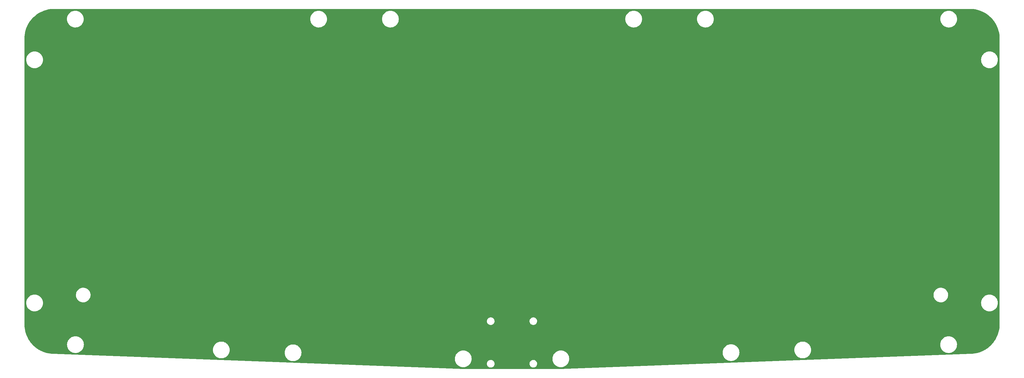
<source format=gtl>
%TF.GenerationSoftware,KiCad,Pcbnew,(6.0.11-0)*%
%TF.CreationDate,2023-07-18T22:13:56+01:00*%
%TF.ProjectId,ltbs-base,6c746273-2d62-4617-9365-2e6b69636164,0.3*%
%TF.SameCoordinates,Original*%
%TF.FileFunction,Copper,L1,Top*%
%TF.FilePolarity,Positive*%
%FSLAX46Y46*%
G04 Gerber Fmt 4.6, Leading zero omitted, Abs format (unit mm)*
G04 Created by KiCad (PCBNEW (6.0.11-0)) date 2023-07-18 22:13:56*
%MOMM*%
%LPD*%
G01*
G04 APERTURE LIST*
G04 APERTURE END LIST*
%TA.AperFunction,NonConductor*%
G36*
X332987496Y-22652921D02*
G01*
X332987828Y-22652987D01*
X332987829Y-22652987D01*
X333000000Y-22655408D01*
X333012170Y-22652987D01*
X333018853Y-22652987D01*
X333035748Y-22651580D01*
X333155960Y-22655212D01*
X333584868Y-22668172D01*
X333592452Y-22668632D01*
X333833435Y-22690530D01*
X334171372Y-22721240D01*
X334178928Y-22722157D01*
X334753635Y-22809626D01*
X334761121Y-22810998D01*
X335329494Y-22933006D01*
X335336884Y-22934828D01*
X335896831Y-23090925D01*
X335904097Y-23093189D01*
X336453624Y-23282818D01*
X336460728Y-23285512D01*
X336752742Y-23406468D01*
X336997804Y-23507976D01*
X337004745Y-23511100D01*
X337527397Y-23765580D01*
X337534136Y-23769117D01*
X338040478Y-24054695D01*
X338046977Y-24058623D01*
X338462520Y-24327293D01*
X338535150Y-24374252D01*
X338541413Y-24378575D01*
X338988266Y-24707375D01*
X339009630Y-24723095D01*
X339015622Y-24727789D01*
X339462188Y-25099956D01*
X339467885Y-25105003D01*
X339668893Y-25294219D01*
X339891176Y-25503462D01*
X339896538Y-25508824D01*
X340064329Y-25687071D01*
X340294997Y-25932115D01*
X340300044Y-25937812D01*
X340414741Y-26075438D01*
X340639693Y-26345359D01*
X340672211Y-26384378D01*
X340676905Y-26390370D01*
X341021425Y-26858587D01*
X341025748Y-26864850D01*
X341300237Y-27289393D01*
X341341372Y-27353016D01*
X341345305Y-27359522D01*
X341522145Y-27673067D01*
X341630883Y-27865864D01*
X341634420Y-27872603D01*
X341888900Y-28395255D01*
X341892024Y-28402196D01*
X341960894Y-28568462D01*
X342036250Y-28750387D01*
X342114483Y-28939259D01*
X342117182Y-28946376D01*
X342306811Y-29495903D01*
X342309075Y-29503169D01*
X342465172Y-30063116D01*
X342466994Y-30070506D01*
X342589002Y-30638879D01*
X342590374Y-30646365D01*
X342677843Y-31221072D01*
X342678760Y-31228628D01*
X342728939Y-31780808D01*
X342731368Y-31807541D01*
X342731828Y-31815139D01*
X342748420Y-32364252D01*
X342747013Y-32381147D01*
X342747013Y-32387830D01*
X342744592Y-32400000D01*
X342747013Y-32412171D01*
X342747013Y-32412172D01*
X342747079Y-32412504D01*
X342749500Y-32437085D01*
X342749500Y-126362915D01*
X342747079Y-126387496D01*
X342744592Y-126400000D01*
X342747013Y-126412170D01*
X342747013Y-126418853D01*
X342748420Y-126435748D01*
X342731828Y-126984861D01*
X342731368Y-126992452D01*
X342709470Y-127233435D01*
X342678760Y-127571372D01*
X342677843Y-127578928D01*
X342590374Y-128153635D01*
X342589002Y-128161121D01*
X342466994Y-128729494D01*
X342465172Y-128736884D01*
X342309075Y-129296831D01*
X342306811Y-129304097D01*
X342117182Y-129853624D01*
X342114483Y-129860741D01*
X341892024Y-130397804D01*
X341888900Y-130404745D01*
X341634420Y-130927397D01*
X341630883Y-130934136D01*
X341500214Y-131165819D01*
X341345310Y-131440470D01*
X341341372Y-131446984D01*
X341025748Y-131935150D01*
X341021425Y-131941413D01*
X340756181Y-132301891D01*
X340676905Y-132409630D01*
X340672216Y-132415615D01*
X340633717Y-132461811D01*
X340300044Y-132862188D01*
X340294997Y-132867885D01*
X340172980Y-132997506D01*
X339896538Y-133291176D01*
X339891176Y-133296538D01*
X339750301Y-133429149D01*
X339467885Y-133694997D01*
X339462188Y-133700044D01*
X339250266Y-133876659D01*
X339019228Y-134069206D01*
X339015622Y-134072211D01*
X339009637Y-134076900D01*
X338772805Y-134251164D01*
X338541413Y-134421425D01*
X338535150Y-134425748D01*
X338335743Y-134554675D01*
X338046984Y-134741372D01*
X338040478Y-134745305D01*
X337798056Y-134882032D01*
X337534136Y-135030883D01*
X337527397Y-135034420D01*
X337004745Y-135288900D01*
X336997804Y-135292024D01*
X336791988Y-135377276D01*
X336460728Y-135514488D01*
X336453627Y-135517181D01*
X336409599Y-135532374D01*
X335904097Y-135706811D01*
X335896831Y-135709075D01*
X335336884Y-135865172D01*
X335329494Y-135866994D01*
X334761121Y-135989002D01*
X334753635Y-135990374D01*
X334178928Y-136077843D01*
X334171372Y-136078760D01*
X333833435Y-136109470D01*
X333592452Y-136131368D01*
X333584868Y-136131828D01*
X333162436Y-136144592D01*
X333035748Y-136148420D01*
X333018853Y-136147013D01*
X333012170Y-136147013D01*
X333000000Y-136144592D01*
X332987830Y-136147013D01*
X332987826Y-136147013D01*
X332980607Y-136148449D01*
X332960690Y-136150784D01*
X198443216Y-141133856D01*
X198438552Y-141133942D01*
X166361448Y-141133942D01*
X166356784Y-141133856D01*
X31839310Y-136150784D01*
X31819393Y-136148449D01*
X31812174Y-136147013D01*
X31812170Y-136147013D01*
X31800000Y-136144592D01*
X31787830Y-136147013D01*
X31781147Y-136147013D01*
X31764252Y-136148420D01*
X31637564Y-136144592D01*
X31215132Y-136131828D01*
X31207548Y-136131368D01*
X30966565Y-136109470D01*
X30628628Y-136078760D01*
X30621072Y-136077843D01*
X30046365Y-135990374D01*
X30038879Y-135989002D01*
X29470506Y-135866994D01*
X29463116Y-135865172D01*
X28903169Y-135709075D01*
X28895903Y-135706811D01*
X28390401Y-135532374D01*
X28346373Y-135517181D01*
X28339272Y-135514488D01*
X28008012Y-135377276D01*
X27802196Y-135292024D01*
X27795255Y-135288900D01*
X27272603Y-135034420D01*
X27265864Y-135030883D01*
X27001944Y-134882032D01*
X26759522Y-134745305D01*
X26753016Y-134741372D01*
X26464258Y-134554675D01*
X26264850Y-134425748D01*
X26258587Y-134421425D01*
X26027195Y-134251164D01*
X25790363Y-134076900D01*
X25784378Y-134072211D01*
X25780773Y-134069206D01*
X25549734Y-133876659D01*
X25337812Y-133700044D01*
X25332115Y-133694997D01*
X25049699Y-133429149D01*
X24908824Y-133296538D01*
X24903462Y-133291176D01*
X24718115Y-133094278D01*
X36084673Y-133094278D01*
X36102897Y-133425418D01*
X36103558Y-133429145D01*
X36103558Y-133429149D01*
X36145911Y-133668126D01*
X36160770Y-133751971D01*
X36161875Y-133755596D01*
X36161876Y-133755601D01*
X36206990Y-133903623D01*
X36257456Y-134069206D01*
X36391553Y-134372527D01*
X36423216Y-134425748D01*
X36559179Y-134654282D01*
X36559183Y-134654288D01*
X36561119Y-134657542D01*
X36763698Y-134920121D01*
X36766356Y-134922821D01*
X36969038Y-135128712D01*
X36996355Y-135156462D01*
X37071047Y-135215981D01*
X37229800Y-135342485D01*
X37255720Y-135363140D01*
X37538036Y-135537161D01*
X37541483Y-135538750D01*
X37835769Y-135674419D01*
X37835779Y-135674423D01*
X37839213Y-135676006D01*
X37842813Y-135677165D01*
X37842820Y-135677168D01*
X38151281Y-135776501D01*
X38151284Y-135776502D01*
X38154890Y-135777663D01*
X38158606Y-135778382D01*
X38158614Y-135778384D01*
X38476775Y-135839940D01*
X38476784Y-135839941D01*
X38480494Y-135840659D01*
X38484270Y-135840926D01*
X38484275Y-135840927D01*
X38582910Y-135847911D01*
X38742441Y-135859206D01*
X38923548Y-135859206D01*
X38925414Y-135859094D01*
X38925431Y-135859093D01*
X39167424Y-135844504D01*
X39167428Y-135844504D01*
X39171202Y-135844276D01*
X39174924Y-135843596D01*
X39174926Y-135843596D01*
X39259751Y-135828104D01*
X39497447Y-135784693D01*
X39814171Y-135686347D01*
X40116787Y-135550664D01*
X40400910Y-135379608D01*
X40403894Y-135377281D01*
X40403901Y-135377276D01*
X40659430Y-135177993D01*
X40659432Y-135177991D01*
X40662425Y-135175657D01*
X40897544Y-134941766D01*
X40941652Y-134885816D01*
X40967383Y-134853176D01*
X84052436Y-134853176D01*
X84070660Y-135184316D01*
X84128533Y-135510869D01*
X84129638Y-135514494D01*
X84129639Y-135514499D01*
X84178379Y-135674419D01*
X84225219Y-135828104D01*
X84359316Y-136131425D01*
X84372480Y-136153552D01*
X84526942Y-136413180D01*
X84526946Y-136413186D01*
X84528882Y-136416440D01*
X84731461Y-136679019D01*
X84964118Y-136915360D01*
X85065587Y-136996217D01*
X85212336Y-137113155D01*
X85223483Y-137122038D01*
X85505799Y-137296059D01*
X85509246Y-137297648D01*
X85803532Y-137433317D01*
X85803542Y-137433321D01*
X85806976Y-137434904D01*
X85810576Y-137436063D01*
X85810583Y-137436066D01*
X86119044Y-137535399D01*
X86119047Y-137535400D01*
X86122653Y-137536561D01*
X86126369Y-137537280D01*
X86126377Y-137537282D01*
X86444538Y-137598838D01*
X86444547Y-137598839D01*
X86448257Y-137599557D01*
X86452033Y-137599824D01*
X86452038Y-137599825D01*
X86550673Y-137606809D01*
X86710204Y-137618104D01*
X86891311Y-137618104D01*
X86893177Y-137617992D01*
X86893194Y-137617991D01*
X87135187Y-137603402D01*
X87135191Y-137603402D01*
X87138965Y-137603174D01*
X87142687Y-137602494D01*
X87142689Y-137602494D01*
X87216557Y-137589003D01*
X87465210Y-137543591D01*
X87781934Y-137445245D01*
X88084550Y-137309562D01*
X88368673Y-137138506D01*
X88371657Y-137136179D01*
X88371664Y-137136174D01*
X88627193Y-136936891D01*
X88627195Y-136936889D01*
X88630188Y-136934555D01*
X88865307Y-136700664D01*
X88915915Y-136636469D01*
X89068274Y-136443202D01*
X89070624Y-136440221D01*
X89243165Y-136156997D01*
X89319548Y-135989002D01*
X89378862Y-135858549D01*
X89378865Y-135858541D01*
X89380431Y-135855097D01*
X89402419Y-135785572D01*
X107644511Y-135785572D01*
X107662735Y-136116712D01*
X107663396Y-136120439D01*
X107663396Y-136120443D01*
X107668431Y-136148853D01*
X107720608Y-136443265D01*
X107721713Y-136446890D01*
X107721714Y-136446895D01*
X107792460Y-136679019D01*
X107817294Y-136760500D01*
X107951391Y-137063821D01*
X107995254Y-137137548D01*
X108119017Y-137345576D01*
X108119021Y-137345582D01*
X108120957Y-137348836D01*
X108323536Y-137611415D01*
X108330121Y-137618104D01*
X108508539Y-137799347D01*
X108556193Y-137847756D01*
X108815558Y-138054434D01*
X109097874Y-138228455D01*
X109101321Y-138230044D01*
X109395607Y-138365713D01*
X109395617Y-138365717D01*
X109399051Y-138367300D01*
X109402651Y-138368459D01*
X109402658Y-138368462D01*
X109711119Y-138467795D01*
X109711122Y-138467796D01*
X109714728Y-138468957D01*
X109718444Y-138469676D01*
X109718452Y-138469678D01*
X110036613Y-138531234D01*
X110036622Y-138531235D01*
X110040332Y-138531953D01*
X110044108Y-138532220D01*
X110044113Y-138532221D01*
X110142748Y-138539205D01*
X110302279Y-138550500D01*
X110483386Y-138550500D01*
X110485252Y-138550388D01*
X110485269Y-138550387D01*
X110727262Y-138535798D01*
X110727266Y-138535798D01*
X110731040Y-138535570D01*
X110734762Y-138534890D01*
X110734764Y-138534890D01*
X110808632Y-138521399D01*
X111057285Y-138475987D01*
X111374009Y-138377641D01*
X111676625Y-138241958D01*
X111960748Y-138070902D01*
X111963732Y-138068575D01*
X111963739Y-138068570D01*
X112219268Y-137869287D01*
X112219270Y-137869285D01*
X112222263Y-137866951D01*
X112319708Y-137770015D01*
X163598976Y-137770015D01*
X163617200Y-138101155D01*
X163617861Y-138104882D01*
X163617861Y-138104886D01*
X163640042Y-138230044D01*
X163675073Y-138427708D01*
X163676178Y-138431333D01*
X163676179Y-138431338D01*
X163712389Y-138550146D01*
X163771759Y-138744943D01*
X163905856Y-139048264D01*
X163907797Y-139051526D01*
X164073482Y-139330019D01*
X164073486Y-139330025D01*
X164075422Y-139333279D01*
X164278001Y-139595858D01*
X164280659Y-139598558D01*
X164479425Y-139800471D01*
X164510658Y-139832199D01*
X164706744Y-139988452D01*
X164733194Y-140009529D01*
X164770023Y-140038877D01*
X165052339Y-140212898D01*
X165055786Y-140214487D01*
X165350072Y-140350156D01*
X165350082Y-140350160D01*
X165353516Y-140351743D01*
X165357116Y-140352902D01*
X165357123Y-140352905D01*
X165665584Y-140452238D01*
X165665587Y-140452239D01*
X165669193Y-140453400D01*
X165672909Y-140454119D01*
X165672917Y-140454121D01*
X165991078Y-140515677D01*
X165991087Y-140515678D01*
X165994797Y-140516396D01*
X165998573Y-140516663D01*
X165998578Y-140516664D01*
X166097213Y-140523648D01*
X166256744Y-140534943D01*
X166437851Y-140534943D01*
X166439717Y-140534831D01*
X166439734Y-140534830D01*
X166681727Y-140520241D01*
X166681731Y-140520241D01*
X166685505Y-140520013D01*
X166689227Y-140519333D01*
X166689229Y-140519333D01*
X166763097Y-140505842D01*
X167011750Y-140460430D01*
X167328474Y-140362084D01*
X167631090Y-140226401D01*
X167915213Y-140055345D01*
X167918197Y-140053018D01*
X167918204Y-140053013D01*
X168173733Y-139853730D01*
X168173735Y-139853728D01*
X168176728Y-139851394D01*
X168411847Y-139617503D01*
X168443139Y-139577810D01*
X168552223Y-139439438D01*
X174145066Y-139439438D01*
X174171883Y-139661044D01*
X174237519Y-139874400D01*
X174339901Y-140072759D01*
X174343310Y-140077201D01*
X174343312Y-140077205D01*
X174429975Y-140190146D01*
X174475790Y-140249854D01*
X174640893Y-140400086D01*
X174829990Y-140518707D01*
X175037105Y-140601966D01*
X175042593Y-140603103D01*
X175042598Y-140603104D01*
X175192896Y-140634229D01*
X175255690Y-140647233D01*
X175260303Y-140647499D01*
X175310526Y-140650395D01*
X175310530Y-140650395D01*
X175312349Y-140650500D01*
X175456630Y-140650500D01*
X175459417Y-140650251D01*
X175459423Y-140650251D01*
X175528997Y-140644041D01*
X175622339Y-140635711D01*
X175627753Y-140634230D01*
X175627758Y-140634229D01*
X175755104Y-140599390D01*
X175837651Y-140576808D01*
X175842709Y-140574396D01*
X175842713Y-140574394D01*
X175959462Y-140518707D01*
X176039129Y-140480708D01*
X176220405Y-140350448D01*
X176322194Y-140245410D01*
X176371846Y-140194174D01*
X176371848Y-140194171D01*
X176375749Y-140190146D01*
X176500250Y-140004868D01*
X176589974Y-139800471D01*
X176591282Y-139795023D01*
X176591284Y-139795017D01*
X176640775Y-139588872D01*
X176640775Y-139588871D01*
X176642085Y-139583415D01*
X176650386Y-139439438D01*
X188145066Y-139439438D01*
X188171883Y-139661044D01*
X188237519Y-139874400D01*
X188339901Y-140072759D01*
X188343310Y-140077201D01*
X188343312Y-140077205D01*
X188429975Y-140190146D01*
X188475790Y-140249854D01*
X188640893Y-140400086D01*
X188829990Y-140518707D01*
X189037105Y-140601966D01*
X189042593Y-140603103D01*
X189042598Y-140603104D01*
X189192896Y-140634229D01*
X189255690Y-140647233D01*
X189260303Y-140647499D01*
X189310526Y-140650395D01*
X189310530Y-140650395D01*
X189312349Y-140650500D01*
X189456630Y-140650500D01*
X189459417Y-140650251D01*
X189459423Y-140650251D01*
X189528997Y-140644041D01*
X189622339Y-140635711D01*
X189627753Y-140634230D01*
X189627758Y-140634229D01*
X189755104Y-140599390D01*
X189837651Y-140576808D01*
X189842709Y-140574396D01*
X189842713Y-140574394D01*
X189959462Y-140518707D01*
X190039129Y-140480708D01*
X190220405Y-140350448D01*
X190322194Y-140245410D01*
X190371846Y-140194174D01*
X190371848Y-140194171D01*
X190375749Y-140190146D01*
X190500250Y-140004868D01*
X190589974Y-139800471D01*
X190591282Y-139795023D01*
X190591284Y-139795017D01*
X190640775Y-139588872D01*
X190640775Y-139588871D01*
X190642085Y-139583415D01*
X190654934Y-139360562D01*
X190628117Y-139138956D01*
X190562481Y-138925600D01*
X190471033Y-138748424D01*
X190462672Y-138732226D01*
X190460099Y-138727241D01*
X190456690Y-138722799D01*
X190456688Y-138722795D01*
X190327620Y-138554590D01*
X190324210Y-138550146D01*
X190159107Y-138399914D01*
X189970010Y-138281293D01*
X189762895Y-138198034D01*
X189757407Y-138196897D01*
X189757402Y-138196896D01*
X189573732Y-138158860D01*
X189544310Y-138152767D01*
X189539697Y-138152501D01*
X189489474Y-138149605D01*
X189489470Y-138149605D01*
X189487651Y-138149500D01*
X189343370Y-138149500D01*
X189340583Y-138149749D01*
X189340577Y-138149749D01*
X189271003Y-138155959D01*
X189177661Y-138164289D01*
X189172247Y-138165770D01*
X189172242Y-138165771D01*
X189058470Y-138196896D01*
X188962349Y-138223192D01*
X188957291Y-138225604D01*
X188957287Y-138225606D01*
X188923005Y-138241958D01*
X188760871Y-138319292D01*
X188579595Y-138449552D01*
X188547392Y-138482783D01*
X188496017Y-138535798D01*
X188424251Y-138609854D01*
X188299750Y-138795132D01*
X188210026Y-138999529D01*
X188208718Y-139004977D01*
X188208716Y-139004983D01*
X188159225Y-139211128D01*
X188157915Y-139216585D01*
X188157592Y-139222190D01*
X188150003Y-139353818D01*
X188145066Y-139439438D01*
X176650386Y-139439438D01*
X176654934Y-139360562D01*
X176628117Y-139138956D01*
X176562481Y-138925600D01*
X176471033Y-138748424D01*
X176462672Y-138732226D01*
X176460099Y-138727241D01*
X176456690Y-138722799D01*
X176456688Y-138722795D01*
X176327620Y-138554590D01*
X176324210Y-138550146D01*
X176159107Y-138399914D01*
X175970010Y-138281293D01*
X175762895Y-138198034D01*
X175757407Y-138196897D01*
X175757402Y-138196896D01*
X175573732Y-138158860D01*
X175544310Y-138152767D01*
X175539697Y-138152501D01*
X175489474Y-138149605D01*
X175489470Y-138149605D01*
X175487651Y-138149500D01*
X175343370Y-138149500D01*
X175340583Y-138149749D01*
X175340577Y-138149749D01*
X175271003Y-138155959D01*
X175177661Y-138164289D01*
X175172247Y-138165770D01*
X175172242Y-138165771D01*
X175058470Y-138196896D01*
X174962349Y-138223192D01*
X174957291Y-138225604D01*
X174957287Y-138225606D01*
X174923005Y-138241958D01*
X174760871Y-138319292D01*
X174579595Y-138449552D01*
X174547392Y-138482783D01*
X174496017Y-138535798D01*
X174424251Y-138609854D01*
X174299750Y-138795132D01*
X174210026Y-138999529D01*
X174208718Y-139004977D01*
X174208716Y-139004983D01*
X174159225Y-139211128D01*
X174157915Y-139216585D01*
X174157592Y-139222190D01*
X174150003Y-139353818D01*
X174145066Y-139439438D01*
X168552223Y-139439438D01*
X168614814Y-139360041D01*
X168617164Y-139357060D01*
X168789705Y-139073836D01*
X168914084Y-138800280D01*
X168925402Y-138775388D01*
X168925405Y-138775380D01*
X168926971Y-138771936D01*
X169026974Y-138455731D01*
X169066881Y-138243513D01*
X169087564Y-138133526D01*
X169087565Y-138133521D01*
X169088264Y-138129802D01*
X169109954Y-137798871D01*
X169108366Y-137770015D01*
X195690046Y-137770015D01*
X195708270Y-138101155D01*
X195708931Y-138104882D01*
X195708931Y-138104886D01*
X195731112Y-138230044D01*
X195766143Y-138427708D01*
X195767248Y-138431333D01*
X195767249Y-138431338D01*
X195803459Y-138550146D01*
X195862829Y-138744943D01*
X195996926Y-139048264D01*
X195998867Y-139051526D01*
X196164552Y-139330019D01*
X196164556Y-139330025D01*
X196166492Y-139333279D01*
X196369071Y-139595858D01*
X196371729Y-139598558D01*
X196570495Y-139800471D01*
X196601728Y-139832199D01*
X196797814Y-139988452D01*
X196824264Y-140009529D01*
X196861093Y-140038877D01*
X197143409Y-140212898D01*
X197146856Y-140214487D01*
X197441142Y-140350156D01*
X197441152Y-140350160D01*
X197444586Y-140351743D01*
X197448186Y-140352902D01*
X197448193Y-140352905D01*
X197756654Y-140452238D01*
X197756657Y-140452239D01*
X197760263Y-140453400D01*
X197763979Y-140454119D01*
X197763987Y-140454121D01*
X198082148Y-140515677D01*
X198082157Y-140515678D01*
X198085867Y-140516396D01*
X198089643Y-140516663D01*
X198089648Y-140516664D01*
X198188283Y-140523648D01*
X198347814Y-140534943D01*
X198528921Y-140534943D01*
X198530787Y-140534831D01*
X198530804Y-140534830D01*
X198772797Y-140520241D01*
X198772801Y-140520241D01*
X198776575Y-140520013D01*
X198780297Y-140519333D01*
X198780299Y-140519333D01*
X198854167Y-140505842D01*
X199102820Y-140460430D01*
X199419544Y-140362084D01*
X199722160Y-140226401D01*
X200006283Y-140055345D01*
X200009267Y-140053018D01*
X200009274Y-140053013D01*
X200264803Y-139853730D01*
X200264805Y-139853728D01*
X200267798Y-139851394D01*
X200502917Y-139617503D01*
X200534209Y-139577810D01*
X200705884Y-139360041D01*
X200708234Y-139357060D01*
X200880775Y-139073836D01*
X201005154Y-138800280D01*
X201016472Y-138775388D01*
X201016475Y-138775380D01*
X201018041Y-138771936D01*
X201118044Y-138455731D01*
X201157951Y-138243513D01*
X201178634Y-138133526D01*
X201178635Y-138133521D01*
X201179334Y-138129802D01*
X201201024Y-137798871D01*
X201182800Y-137467731D01*
X201153963Y-137305013D01*
X201125588Y-137144908D01*
X201124927Y-137141178D01*
X201119701Y-137124029D01*
X201029350Y-136827582D01*
X201028241Y-136823943D01*
X200894144Y-136520622D01*
X200805682Y-136371931D01*
X200726518Y-136238867D01*
X200726514Y-136238861D01*
X200724578Y-136235607D01*
X200521999Y-135973028D01*
X200329679Y-135777663D01*
X200292005Y-135739392D01*
X200292004Y-135739391D01*
X200289342Y-135736687D01*
X200265851Y-135717968D01*
X251652436Y-135717968D01*
X251652644Y-135721748D01*
X251652644Y-135721749D01*
X251656365Y-135789353D01*
X251670660Y-136049108D01*
X251671321Y-136052835D01*
X251671321Y-136052839D01*
X251700072Y-136215068D01*
X251728533Y-136375661D01*
X251729638Y-136379286D01*
X251729639Y-136379291D01*
X251772714Y-136520622D01*
X251825219Y-136692896D01*
X251959316Y-136996217D01*
X251961257Y-136999479D01*
X252126942Y-137277972D01*
X252126946Y-137277978D01*
X252128882Y-137281232D01*
X252131198Y-137284234D01*
X252151938Y-137311117D01*
X252331461Y-137543811D01*
X252564118Y-137780152D01*
X252823483Y-137986830D01*
X253105799Y-138160851D01*
X253109246Y-138162440D01*
X253403532Y-138298109D01*
X253403542Y-138298113D01*
X253406976Y-138299696D01*
X253410576Y-138300855D01*
X253410583Y-138300858D01*
X253719044Y-138400191D01*
X253719047Y-138400192D01*
X253722653Y-138401353D01*
X253726369Y-138402072D01*
X253726377Y-138402074D01*
X254044538Y-138463630D01*
X254044547Y-138463631D01*
X254048257Y-138464349D01*
X254052033Y-138464616D01*
X254052038Y-138464617D01*
X254150673Y-138471601D01*
X254310204Y-138482896D01*
X254491311Y-138482896D01*
X254493177Y-138482784D01*
X254493194Y-138482783D01*
X254735187Y-138468194D01*
X254735191Y-138468194D01*
X254738965Y-138467966D01*
X254742687Y-138467286D01*
X254742689Y-138467286D01*
X254857728Y-138446276D01*
X255065210Y-138408383D01*
X255381934Y-138310037D01*
X255684550Y-138174354D01*
X255968673Y-138003298D01*
X255971657Y-138000971D01*
X255971664Y-138000966D01*
X256227193Y-137801683D01*
X256227195Y-137801681D01*
X256230188Y-137799347D01*
X256465307Y-137565456D01*
X256559186Y-137446372D01*
X256668274Y-137307994D01*
X256670624Y-137305013D01*
X256843165Y-137021789D01*
X256931466Y-136827582D01*
X256978862Y-136723341D01*
X256978865Y-136723333D01*
X256980431Y-136719889D01*
X257080434Y-136403684D01*
X257129011Y-136145359D01*
X257141024Y-136081479D01*
X257141025Y-136081474D01*
X257141724Y-136077755D01*
X257163414Y-135746824D01*
X257145190Y-135415684D01*
X257139144Y-135381566D01*
X257087978Y-135092861D01*
X257087317Y-135089131D01*
X257078777Y-135061108D01*
X257015403Y-134853176D01*
X275236586Y-134853176D01*
X275254810Y-135184316D01*
X275312683Y-135510869D01*
X275313788Y-135514494D01*
X275313789Y-135514499D01*
X275362529Y-135674419D01*
X275409369Y-135828104D01*
X275543466Y-136131425D01*
X275556630Y-136153552D01*
X275711092Y-136413180D01*
X275711096Y-136413186D01*
X275713032Y-136416440D01*
X275915611Y-136679019D01*
X276148268Y-136915360D01*
X276249737Y-136996217D01*
X276396486Y-137113155D01*
X276407633Y-137122038D01*
X276689949Y-137296059D01*
X276693396Y-137297648D01*
X276987682Y-137433317D01*
X276987692Y-137433321D01*
X276991126Y-137434904D01*
X276994726Y-137436063D01*
X276994733Y-137436066D01*
X277303194Y-137535399D01*
X277303197Y-137535400D01*
X277306803Y-137536561D01*
X277310519Y-137537280D01*
X277310527Y-137537282D01*
X277628688Y-137598838D01*
X277628697Y-137598839D01*
X277632407Y-137599557D01*
X277636183Y-137599824D01*
X277636188Y-137599825D01*
X277734823Y-137606809D01*
X277894354Y-137618104D01*
X278075461Y-137618104D01*
X278077327Y-137617992D01*
X278077344Y-137617991D01*
X278319337Y-137603402D01*
X278319341Y-137603402D01*
X278323115Y-137603174D01*
X278326837Y-137602494D01*
X278326839Y-137602494D01*
X278400707Y-137589003D01*
X278649360Y-137543591D01*
X278966084Y-137445245D01*
X279268700Y-137309562D01*
X279552823Y-137138506D01*
X279555807Y-137136179D01*
X279555814Y-137136174D01*
X279811343Y-136936891D01*
X279811345Y-136936889D01*
X279814338Y-136934555D01*
X280049457Y-136700664D01*
X280100065Y-136636469D01*
X280252424Y-136443202D01*
X280254774Y-136440221D01*
X280427315Y-136156997D01*
X280503698Y-135989002D01*
X280563012Y-135858549D01*
X280563015Y-135858541D01*
X280564581Y-135855097D01*
X280664584Y-135538892D01*
X280725874Y-135212963D01*
X280747564Y-134882032D01*
X280729340Y-134550892D01*
X280727349Y-134539654D01*
X280672128Y-134228069D01*
X280671467Y-134224339D01*
X280662927Y-134196316D01*
X280575890Y-133910743D01*
X280574781Y-133907104D01*
X280440684Y-133603783D01*
X280334568Y-133425418D01*
X280273058Y-133322028D01*
X280273054Y-133322022D01*
X280271118Y-133318768D01*
X280249262Y-133290438D01*
X280097925Y-133094278D01*
X323204349Y-133094278D01*
X323222573Y-133425418D01*
X323223234Y-133429145D01*
X323223234Y-133429149D01*
X323265587Y-133668126D01*
X323280446Y-133751971D01*
X323281551Y-133755596D01*
X323281552Y-133755601D01*
X323326666Y-133903623D01*
X323377132Y-134069206D01*
X323511229Y-134372527D01*
X323542892Y-134425748D01*
X323678855Y-134654282D01*
X323678859Y-134654288D01*
X323680795Y-134657542D01*
X323883374Y-134920121D01*
X323886032Y-134922821D01*
X324088714Y-135128712D01*
X324116031Y-135156462D01*
X324190723Y-135215981D01*
X324349476Y-135342485D01*
X324375396Y-135363140D01*
X324657712Y-135537161D01*
X324661159Y-135538750D01*
X324955445Y-135674419D01*
X324955455Y-135674423D01*
X324958889Y-135676006D01*
X324962489Y-135677165D01*
X324962496Y-135677168D01*
X325270957Y-135776501D01*
X325270960Y-135776502D01*
X325274566Y-135777663D01*
X325278282Y-135778382D01*
X325278290Y-135778384D01*
X325596451Y-135839940D01*
X325596460Y-135839941D01*
X325600170Y-135840659D01*
X325603946Y-135840926D01*
X325603951Y-135840927D01*
X325702586Y-135847911D01*
X325862117Y-135859206D01*
X326043224Y-135859206D01*
X326045090Y-135859094D01*
X326045107Y-135859093D01*
X326287100Y-135844504D01*
X326287104Y-135844504D01*
X326290878Y-135844276D01*
X326294600Y-135843596D01*
X326294602Y-135843596D01*
X326379427Y-135828104D01*
X326617123Y-135784693D01*
X326933847Y-135686347D01*
X327236463Y-135550664D01*
X327520586Y-135379608D01*
X327523570Y-135377281D01*
X327523577Y-135377276D01*
X327779106Y-135177993D01*
X327779108Y-135177991D01*
X327782101Y-135175657D01*
X328017220Y-134941766D01*
X328061328Y-134885816D01*
X328220187Y-134684304D01*
X328222537Y-134681323D01*
X328395078Y-134398099D01*
X328460403Y-134254424D01*
X328530775Y-134099651D01*
X328530778Y-134099643D01*
X328532344Y-134096199D01*
X328632347Y-133779994D01*
X328670292Y-133578211D01*
X328692937Y-133457789D01*
X328692938Y-133457784D01*
X328693637Y-133454065D01*
X328715327Y-133123134D01*
X328697103Y-132791994D01*
X328685153Y-132724562D01*
X328639891Y-132469171D01*
X328639230Y-132465441D01*
X328630690Y-132437418D01*
X328555775Y-132191617D01*
X328542544Y-132148206D01*
X328408447Y-131844885D01*
X328342842Y-131734613D01*
X328240821Y-131563130D01*
X328240817Y-131563124D01*
X328238881Y-131559870D01*
X328036302Y-131297291D01*
X327803645Y-131060950D01*
X327544280Y-130854272D01*
X327261964Y-130680251D01*
X327224012Y-130662755D01*
X326964231Y-130542993D01*
X326964221Y-130542989D01*
X326960787Y-130541406D01*
X326957187Y-130540247D01*
X326957180Y-130540244D01*
X326648719Y-130440911D01*
X326648716Y-130440910D01*
X326645110Y-130439749D01*
X326641394Y-130439030D01*
X326641386Y-130439028D01*
X326323225Y-130377472D01*
X326323216Y-130377471D01*
X326319506Y-130376753D01*
X326315730Y-130376486D01*
X326315725Y-130376485D01*
X326217090Y-130369501D01*
X326057559Y-130358206D01*
X325876452Y-130358206D01*
X325874586Y-130358318D01*
X325874569Y-130358319D01*
X325632576Y-130372908D01*
X325632572Y-130372908D01*
X325628798Y-130373136D01*
X325625076Y-130373816D01*
X325625074Y-130373816D01*
X325608993Y-130376753D01*
X325302553Y-130432719D01*
X324985829Y-130531065D01*
X324683213Y-130666748D01*
X324399090Y-130837804D01*
X324396106Y-130840131D01*
X324396099Y-130840136D01*
X324140570Y-131039419D01*
X324137575Y-131041755D01*
X323902456Y-131275646D01*
X323697139Y-131536089D01*
X323524598Y-131819313D01*
X323512971Y-131844885D01*
X323388901Y-132117761D01*
X323388898Y-132117769D01*
X323387332Y-132121213D01*
X323287329Y-132437418D01*
X323226039Y-132763347D01*
X323204349Y-133094278D01*
X280097925Y-133094278D01*
X280077481Y-133067779D01*
X280068539Y-133056189D01*
X279883170Y-132867885D01*
X279838545Y-132822553D01*
X279838544Y-132822552D01*
X279835882Y-132819848D01*
X279576517Y-132613170D01*
X279294201Y-132439149D01*
X279230170Y-132409630D01*
X278996468Y-132301891D01*
X278996458Y-132301887D01*
X278993024Y-132300304D01*
X278989424Y-132299145D01*
X278989417Y-132299142D01*
X278680956Y-132199809D01*
X278680953Y-132199808D01*
X278677347Y-132198647D01*
X278673631Y-132197928D01*
X278673623Y-132197926D01*
X278355462Y-132136370D01*
X278355453Y-132136369D01*
X278351743Y-132135651D01*
X278347967Y-132135384D01*
X278347962Y-132135383D01*
X278249327Y-132128399D01*
X278089796Y-132117104D01*
X277908689Y-132117104D01*
X277906823Y-132117216D01*
X277906806Y-132117217D01*
X277664813Y-132131806D01*
X277664809Y-132131806D01*
X277661035Y-132132034D01*
X277657313Y-132132714D01*
X277657311Y-132132714D01*
X277641230Y-132135651D01*
X277334790Y-132191617D01*
X277018066Y-132289963D01*
X276715450Y-132425646D01*
X276431327Y-132596702D01*
X276428343Y-132599029D01*
X276428336Y-132599034D01*
X276185699Y-132788263D01*
X276169812Y-132800653D01*
X275934693Y-133034544D01*
X275932351Y-133037514D01*
X275932349Y-133037517D01*
X275839926Y-133154755D01*
X275729376Y-133294987D01*
X275556835Y-133578211D01*
X275545208Y-133603783D01*
X275421138Y-133876659D01*
X275421135Y-133876667D01*
X275419569Y-133880111D01*
X275319566Y-134196316D01*
X275314285Y-134224402D01*
X275259817Y-134514052D01*
X275258276Y-134522245D01*
X275236586Y-134853176D01*
X257015403Y-134853176D01*
X256991740Y-134775535D01*
X256990631Y-134771896D01*
X256856534Y-134468575D01*
X256713040Y-134227383D01*
X256688908Y-134186820D01*
X256688904Y-134186814D01*
X256686968Y-134183560D01*
X256484389Y-133920981D01*
X256318282Y-133752244D01*
X256254395Y-133687345D01*
X256254394Y-133687344D01*
X256251732Y-133684640D01*
X255992367Y-133477962D01*
X255710051Y-133303941D01*
X255672099Y-133286445D01*
X255412318Y-133166683D01*
X255412308Y-133166679D01*
X255408874Y-133165096D01*
X255405274Y-133163937D01*
X255405267Y-133163934D01*
X255096806Y-133064601D01*
X255096803Y-133064600D01*
X255093197Y-133063439D01*
X255089481Y-133062720D01*
X255089473Y-133062718D01*
X254771312Y-133001162D01*
X254771303Y-133001161D01*
X254767593Y-133000443D01*
X254763817Y-133000176D01*
X254763812Y-133000175D01*
X254665177Y-132993191D01*
X254505646Y-132981896D01*
X254324539Y-132981896D01*
X254322673Y-132982008D01*
X254322656Y-132982009D01*
X254080663Y-132996598D01*
X254080659Y-132996598D01*
X254076885Y-132996826D01*
X254073163Y-132997506D01*
X254073161Y-132997506D01*
X254057080Y-133000443D01*
X253750640Y-133056409D01*
X253433916Y-133154755D01*
X253131300Y-133290438D01*
X252847177Y-133461494D01*
X252844193Y-133463821D01*
X252844186Y-133463826D01*
X252603534Y-133651507D01*
X252585662Y-133665445D01*
X252350543Y-133899336D01*
X252348201Y-133902306D01*
X252348199Y-133902309D01*
X252192627Y-134099651D01*
X252145226Y-134159779D01*
X251972685Y-134443003D01*
X251930320Y-134536179D01*
X251836988Y-134741451D01*
X251836985Y-134741459D01*
X251835419Y-134744903D01*
X251735416Y-135061108D01*
X251708246Y-135205594D01*
X251675962Y-135377276D01*
X251674126Y-135387037D01*
X251652436Y-135717968D01*
X200265851Y-135717968D01*
X200057849Y-135552219D01*
X200032945Y-135532374D01*
X200032944Y-135532373D01*
X200029977Y-135530009D01*
X199747661Y-135355988D01*
X199605755Y-135290568D01*
X199449928Y-135218730D01*
X199449918Y-135218726D01*
X199446484Y-135217143D01*
X199442884Y-135215984D01*
X199442877Y-135215981D01*
X199134416Y-135116648D01*
X199134413Y-135116647D01*
X199130807Y-135115486D01*
X199127091Y-135114767D01*
X199127083Y-135114765D01*
X198808922Y-135053209D01*
X198808913Y-135053208D01*
X198805203Y-135052490D01*
X198801427Y-135052223D01*
X198801422Y-135052222D01*
X198702787Y-135045238D01*
X198543256Y-135033943D01*
X198362149Y-135033943D01*
X198360283Y-135034055D01*
X198360266Y-135034056D01*
X198118273Y-135048645D01*
X198118269Y-135048645D01*
X198114495Y-135048873D01*
X198110773Y-135049553D01*
X198110771Y-135049553D01*
X198047503Y-135061108D01*
X197788250Y-135108456D01*
X197471526Y-135206802D01*
X197168910Y-135342485D01*
X196884787Y-135513541D01*
X196881803Y-135515868D01*
X196881796Y-135515873D01*
X196626267Y-135715156D01*
X196623272Y-135717492D01*
X196388153Y-135951383D01*
X196385811Y-135954353D01*
X196385809Y-135954356D01*
X196226060Y-136156997D01*
X196182836Y-136211826D01*
X196010295Y-136495050D01*
X195955514Y-136615534D01*
X195874598Y-136793498D01*
X195874595Y-136793506D01*
X195873029Y-136796950D01*
X195773026Y-137113155D01*
X195767055Y-137144908D01*
X195724845Y-137369375D01*
X195711736Y-137439084D01*
X195690046Y-137770015D01*
X169108366Y-137770015D01*
X169091730Y-137467731D01*
X169062893Y-137305013D01*
X169034518Y-137144908D01*
X169033857Y-137141178D01*
X169028631Y-137124029D01*
X168938280Y-136827582D01*
X168937171Y-136823943D01*
X168803074Y-136520622D01*
X168714612Y-136371931D01*
X168635448Y-136238867D01*
X168635444Y-136238861D01*
X168633508Y-136235607D01*
X168430929Y-135973028D01*
X168238609Y-135777663D01*
X168200935Y-135739392D01*
X168200934Y-135739391D01*
X168198272Y-135736687D01*
X167966779Y-135552219D01*
X167941875Y-135532374D01*
X167941874Y-135532373D01*
X167938907Y-135530009D01*
X167656591Y-135355988D01*
X167514685Y-135290568D01*
X167358858Y-135218730D01*
X167358848Y-135218726D01*
X167355414Y-135217143D01*
X167351814Y-135215984D01*
X167351807Y-135215981D01*
X167043346Y-135116648D01*
X167043343Y-135116647D01*
X167039737Y-135115486D01*
X167036021Y-135114767D01*
X167036013Y-135114765D01*
X166717852Y-135053209D01*
X166717843Y-135053208D01*
X166714133Y-135052490D01*
X166710357Y-135052223D01*
X166710352Y-135052222D01*
X166611717Y-135045238D01*
X166452186Y-135033943D01*
X166271079Y-135033943D01*
X166269213Y-135034055D01*
X166269196Y-135034056D01*
X166027203Y-135048645D01*
X166027199Y-135048645D01*
X166023425Y-135048873D01*
X166019703Y-135049553D01*
X166019701Y-135049553D01*
X165956433Y-135061108D01*
X165697180Y-135108456D01*
X165380456Y-135206802D01*
X165077840Y-135342485D01*
X164793717Y-135513541D01*
X164790733Y-135515868D01*
X164790726Y-135515873D01*
X164535197Y-135715156D01*
X164532202Y-135717492D01*
X164297083Y-135951383D01*
X164294741Y-135954353D01*
X164294739Y-135954356D01*
X164134990Y-136156997D01*
X164091766Y-136211826D01*
X163919225Y-136495050D01*
X163864444Y-136615534D01*
X163783528Y-136793498D01*
X163783525Y-136793506D01*
X163781959Y-136796950D01*
X163681956Y-137113155D01*
X163675985Y-137144908D01*
X163633775Y-137369375D01*
X163620666Y-137439084D01*
X163598976Y-137770015D01*
X112319708Y-137770015D01*
X112457382Y-137633060D01*
X112469173Y-137618104D01*
X112660349Y-137375598D01*
X112662699Y-137372617D01*
X112835240Y-137089393D01*
X112954279Y-136827582D01*
X112970937Y-136790945D01*
X112970940Y-136790937D01*
X112972506Y-136787493D01*
X113072509Y-136471288D01*
X113117393Y-136232605D01*
X113133099Y-136149083D01*
X113133100Y-136149078D01*
X113133799Y-136145359D01*
X113155489Y-135814428D01*
X113151769Y-135746824D01*
X113147784Y-135674419D01*
X113137265Y-135483288D01*
X113125955Y-135419467D01*
X113080053Y-135160465D01*
X113079392Y-135156735D01*
X113070852Y-135128712D01*
X112983815Y-134843139D01*
X112982706Y-134839500D01*
X112848609Y-134536179D01*
X112753187Y-134375789D01*
X112680983Y-134254424D01*
X112680979Y-134254418D01*
X112679043Y-134251164D01*
X112476464Y-133988585D01*
X112274690Y-133783616D01*
X112246470Y-133754949D01*
X112246469Y-133754948D01*
X112243807Y-133752244D01*
X111984442Y-133545566D01*
X111702126Y-133371545D01*
X111594716Y-133322028D01*
X111404393Y-133234287D01*
X111404383Y-133234283D01*
X111400949Y-133232700D01*
X111397349Y-133231541D01*
X111397342Y-133231538D01*
X111088881Y-133132205D01*
X111088878Y-133132204D01*
X111085272Y-133131043D01*
X111081556Y-133130324D01*
X111081548Y-133130322D01*
X110763387Y-133068766D01*
X110763378Y-133068765D01*
X110759668Y-133068047D01*
X110755892Y-133067780D01*
X110755887Y-133067779D01*
X110657252Y-133060795D01*
X110497721Y-133049500D01*
X110316614Y-133049500D01*
X110314748Y-133049612D01*
X110314731Y-133049613D01*
X110072738Y-133064202D01*
X110072734Y-133064202D01*
X110068960Y-133064430D01*
X110065238Y-133065110D01*
X110065236Y-133065110D01*
X110049155Y-133068047D01*
X109742715Y-133124013D01*
X109425991Y-133222359D01*
X109123375Y-133358042D01*
X108839252Y-133529098D01*
X108836268Y-133531425D01*
X108836261Y-133531430D01*
X108620057Y-133700044D01*
X108577737Y-133733049D01*
X108342618Y-133966940D01*
X108340276Y-133969910D01*
X108340274Y-133969913D01*
X108255928Y-134076905D01*
X108137301Y-134227383D01*
X107964760Y-134510607D01*
X107909979Y-134631091D01*
X107829063Y-134809055D01*
X107829060Y-134809063D01*
X107827494Y-134812507D01*
X107727491Y-135128712D01*
X107712514Y-135208356D01*
X107679943Y-135381566D01*
X107666201Y-135454641D01*
X107644511Y-135785572D01*
X89402419Y-135785572D01*
X89480434Y-135538892D01*
X89541724Y-135212963D01*
X89563414Y-134882032D01*
X89545190Y-134550892D01*
X89543199Y-134539654D01*
X89487978Y-134228069D01*
X89487317Y-134224339D01*
X89478777Y-134196316D01*
X89391740Y-133910743D01*
X89390631Y-133907104D01*
X89256534Y-133603783D01*
X89150418Y-133425418D01*
X89088908Y-133322028D01*
X89088904Y-133322022D01*
X89086968Y-133318768D01*
X89065112Y-133290438D01*
X88893331Y-133067779D01*
X88884389Y-133056189D01*
X88699020Y-132867885D01*
X88654395Y-132822553D01*
X88654394Y-132822552D01*
X88651732Y-132819848D01*
X88392367Y-132613170D01*
X88110051Y-132439149D01*
X88046020Y-132409630D01*
X87812318Y-132301891D01*
X87812308Y-132301887D01*
X87808874Y-132300304D01*
X87805274Y-132299145D01*
X87805267Y-132299142D01*
X87496806Y-132199809D01*
X87496803Y-132199808D01*
X87493197Y-132198647D01*
X87489481Y-132197928D01*
X87489473Y-132197926D01*
X87171312Y-132136370D01*
X87171303Y-132136369D01*
X87167593Y-132135651D01*
X87163817Y-132135384D01*
X87163812Y-132135383D01*
X87065177Y-132128399D01*
X86905646Y-132117104D01*
X86724539Y-132117104D01*
X86722673Y-132117216D01*
X86722656Y-132117217D01*
X86480663Y-132131806D01*
X86480659Y-132131806D01*
X86476885Y-132132034D01*
X86473163Y-132132714D01*
X86473161Y-132132714D01*
X86457080Y-132135651D01*
X86150640Y-132191617D01*
X85833916Y-132289963D01*
X85531300Y-132425646D01*
X85247177Y-132596702D01*
X85244193Y-132599029D01*
X85244186Y-132599034D01*
X85001549Y-132788263D01*
X84985662Y-132800653D01*
X84750543Y-133034544D01*
X84748201Y-133037514D01*
X84748199Y-133037517D01*
X84655776Y-133154755D01*
X84545226Y-133294987D01*
X84372685Y-133578211D01*
X84361058Y-133603783D01*
X84236988Y-133876659D01*
X84236985Y-133876667D01*
X84235419Y-133880111D01*
X84135416Y-134196316D01*
X84130135Y-134224402D01*
X84075667Y-134514052D01*
X84074126Y-134522245D01*
X84052436Y-134853176D01*
X40967383Y-134853176D01*
X41100511Y-134684304D01*
X41102861Y-134681323D01*
X41275402Y-134398099D01*
X41340727Y-134254424D01*
X41411099Y-134099651D01*
X41411102Y-134099643D01*
X41412668Y-134096199D01*
X41512671Y-133779994D01*
X41550616Y-133578211D01*
X41573261Y-133457789D01*
X41573262Y-133457784D01*
X41573961Y-133454065D01*
X41595651Y-133123134D01*
X41577427Y-132791994D01*
X41565477Y-132724562D01*
X41520215Y-132469171D01*
X41519554Y-132465441D01*
X41511014Y-132437418D01*
X41436099Y-132191617D01*
X41422868Y-132148206D01*
X41288771Y-131844885D01*
X41223166Y-131734613D01*
X41121145Y-131563130D01*
X41121141Y-131563124D01*
X41119205Y-131559870D01*
X40916626Y-131297291D01*
X40683969Y-131060950D01*
X40424604Y-130854272D01*
X40142288Y-130680251D01*
X40104336Y-130662755D01*
X39844555Y-130542993D01*
X39844545Y-130542989D01*
X39841111Y-130541406D01*
X39837511Y-130540247D01*
X39837504Y-130540244D01*
X39529043Y-130440911D01*
X39529040Y-130440910D01*
X39525434Y-130439749D01*
X39521718Y-130439030D01*
X39521710Y-130439028D01*
X39203549Y-130377472D01*
X39203540Y-130377471D01*
X39199830Y-130376753D01*
X39196054Y-130376486D01*
X39196049Y-130376485D01*
X39097414Y-130369501D01*
X38937883Y-130358206D01*
X38756776Y-130358206D01*
X38754910Y-130358318D01*
X38754893Y-130358319D01*
X38512900Y-130372908D01*
X38512896Y-130372908D01*
X38509122Y-130373136D01*
X38505400Y-130373816D01*
X38505398Y-130373816D01*
X38489317Y-130376753D01*
X38182877Y-130432719D01*
X37866153Y-130531065D01*
X37563537Y-130666748D01*
X37279414Y-130837804D01*
X37276430Y-130840131D01*
X37276423Y-130840136D01*
X37020894Y-131039419D01*
X37017899Y-131041755D01*
X36782780Y-131275646D01*
X36577463Y-131536089D01*
X36404922Y-131819313D01*
X36393295Y-131844885D01*
X36269225Y-132117761D01*
X36269222Y-132117769D01*
X36267656Y-132121213D01*
X36167653Y-132437418D01*
X36106363Y-132763347D01*
X36084673Y-133094278D01*
X24718115Y-133094278D01*
X24627020Y-132997506D01*
X24505003Y-132867885D01*
X24499956Y-132862188D01*
X24166283Y-132461811D01*
X24127784Y-132415615D01*
X24123095Y-132409630D01*
X24043820Y-132301891D01*
X23778575Y-131941413D01*
X23774252Y-131935150D01*
X23458628Y-131446984D01*
X23454690Y-131440470D01*
X23299787Y-131165819D01*
X23169117Y-130934136D01*
X23165580Y-130927397D01*
X22911100Y-130404745D01*
X22907976Y-130397804D01*
X22685517Y-129860741D01*
X22682818Y-129853624D01*
X22493189Y-129304097D01*
X22490925Y-129296831D01*
X22334828Y-128736884D01*
X22333006Y-128729494D01*
X22210998Y-128161121D01*
X22209626Y-128153635D01*
X22122157Y-127578928D01*
X22121240Y-127571372D01*
X22090530Y-127233435D01*
X22068632Y-126992452D01*
X22068172Y-126984861D01*
X22051580Y-126435748D01*
X22052987Y-126418853D01*
X22052987Y-126412170D01*
X22055408Y-126400000D01*
X22052921Y-126387496D01*
X22050500Y-126362915D01*
X22050500Y-125439438D01*
X174145066Y-125439438D01*
X174171883Y-125661044D01*
X174237519Y-125874400D01*
X174339901Y-126072759D01*
X174343310Y-126077201D01*
X174343312Y-126077205D01*
X174429975Y-126190146D01*
X174475790Y-126249854D01*
X174640893Y-126400086D01*
X174829990Y-126518707D01*
X175037105Y-126601966D01*
X175042593Y-126603103D01*
X175042598Y-126603104D01*
X175192896Y-126634229D01*
X175255690Y-126647233D01*
X175260303Y-126647499D01*
X175310526Y-126650395D01*
X175310530Y-126650395D01*
X175312349Y-126650500D01*
X175456630Y-126650500D01*
X175459417Y-126650251D01*
X175459423Y-126650251D01*
X175528997Y-126644041D01*
X175622339Y-126635711D01*
X175627753Y-126634230D01*
X175627758Y-126634229D01*
X175755104Y-126599390D01*
X175837651Y-126576808D01*
X175842709Y-126574396D01*
X175842713Y-126574394D01*
X175959462Y-126518707D01*
X176039129Y-126480708D01*
X176220405Y-126350448D01*
X176375749Y-126190146D01*
X176500250Y-126004868D01*
X176589974Y-125800471D01*
X176591282Y-125795023D01*
X176591284Y-125795017D01*
X176640775Y-125588872D01*
X176640775Y-125588871D01*
X176642085Y-125583415D01*
X176650386Y-125439438D01*
X188145066Y-125439438D01*
X188171883Y-125661044D01*
X188237519Y-125874400D01*
X188339901Y-126072759D01*
X188343310Y-126077201D01*
X188343312Y-126077205D01*
X188429975Y-126190146D01*
X188475790Y-126249854D01*
X188640893Y-126400086D01*
X188829990Y-126518707D01*
X189037105Y-126601966D01*
X189042593Y-126603103D01*
X189042598Y-126603104D01*
X189192896Y-126634229D01*
X189255690Y-126647233D01*
X189260303Y-126647499D01*
X189310526Y-126650395D01*
X189310530Y-126650395D01*
X189312349Y-126650500D01*
X189456630Y-126650500D01*
X189459417Y-126650251D01*
X189459423Y-126650251D01*
X189528997Y-126644041D01*
X189622339Y-126635711D01*
X189627753Y-126634230D01*
X189627758Y-126634229D01*
X189755104Y-126599390D01*
X189837651Y-126576808D01*
X189842709Y-126574396D01*
X189842713Y-126574394D01*
X189959462Y-126518707D01*
X190039129Y-126480708D01*
X190220405Y-126350448D01*
X190375749Y-126190146D01*
X190500250Y-126004868D01*
X190589974Y-125800471D01*
X190591282Y-125795023D01*
X190591284Y-125795017D01*
X190640775Y-125588872D01*
X190640775Y-125588871D01*
X190642085Y-125583415D01*
X190654934Y-125360562D01*
X190628117Y-125138956D01*
X190562481Y-124925600D01*
X190460099Y-124727241D01*
X190456690Y-124722799D01*
X190456688Y-124722795D01*
X190327620Y-124554590D01*
X190324210Y-124550146D01*
X190159107Y-124399914D01*
X189970010Y-124281293D01*
X189762895Y-124198034D01*
X189757407Y-124196897D01*
X189757402Y-124196896D01*
X189592845Y-124162818D01*
X189544310Y-124152767D01*
X189539697Y-124152501D01*
X189489474Y-124149605D01*
X189489470Y-124149605D01*
X189487651Y-124149500D01*
X189343370Y-124149500D01*
X189340583Y-124149749D01*
X189340577Y-124149749D01*
X189271003Y-124155959D01*
X189177661Y-124164289D01*
X189172247Y-124165770D01*
X189172242Y-124165771D01*
X189058470Y-124196896D01*
X188962349Y-124223192D01*
X188957291Y-124225604D01*
X188957287Y-124225606D01*
X188861610Y-124271242D01*
X188760871Y-124319292D01*
X188579595Y-124449552D01*
X188424251Y-124609854D01*
X188299750Y-124795132D01*
X188210026Y-124999529D01*
X188208718Y-125004977D01*
X188208716Y-125004983D01*
X188159225Y-125211128D01*
X188157915Y-125216585D01*
X188145066Y-125439438D01*
X176650386Y-125439438D01*
X176654934Y-125360562D01*
X176628117Y-125138956D01*
X176562481Y-124925600D01*
X176460099Y-124727241D01*
X176456690Y-124722799D01*
X176456688Y-124722795D01*
X176327620Y-124554590D01*
X176324210Y-124550146D01*
X176159107Y-124399914D01*
X175970010Y-124281293D01*
X175762895Y-124198034D01*
X175757407Y-124196897D01*
X175757402Y-124196896D01*
X175592845Y-124162818D01*
X175544310Y-124152767D01*
X175539697Y-124152501D01*
X175489474Y-124149605D01*
X175489470Y-124149605D01*
X175487651Y-124149500D01*
X175343370Y-124149500D01*
X175340583Y-124149749D01*
X175340577Y-124149749D01*
X175271003Y-124155959D01*
X175177661Y-124164289D01*
X175172247Y-124165770D01*
X175172242Y-124165771D01*
X175058470Y-124196896D01*
X174962349Y-124223192D01*
X174957291Y-124225604D01*
X174957287Y-124225606D01*
X174861610Y-124271242D01*
X174760871Y-124319292D01*
X174579595Y-124449552D01*
X174424251Y-124609854D01*
X174299750Y-124795132D01*
X174210026Y-124999529D01*
X174208718Y-125004977D01*
X174208716Y-125004983D01*
X174159225Y-125211128D01*
X174157915Y-125216585D01*
X174145066Y-125439438D01*
X22050500Y-125439438D01*
X22050500Y-119385572D01*
X22644511Y-119385572D01*
X22662735Y-119716712D01*
X22720608Y-120043265D01*
X22721713Y-120046890D01*
X22721714Y-120046895D01*
X22797475Y-120295471D01*
X22817294Y-120360500D01*
X22951391Y-120663821D01*
X22953332Y-120667083D01*
X23119017Y-120945576D01*
X23119021Y-120945582D01*
X23120957Y-120948836D01*
X23323536Y-121211415D01*
X23556193Y-121447756D01*
X23815558Y-121654434D01*
X24097874Y-121828455D01*
X24101321Y-121830044D01*
X24395607Y-121965713D01*
X24395617Y-121965717D01*
X24399051Y-121967300D01*
X24402651Y-121968459D01*
X24402658Y-121968462D01*
X24711119Y-122067795D01*
X24711122Y-122067796D01*
X24714728Y-122068957D01*
X24718444Y-122069676D01*
X24718452Y-122069678D01*
X25036613Y-122131234D01*
X25036622Y-122131235D01*
X25040332Y-122131953D01*
X25044108Y-122132220D01*
X25044113Y-122132221D01*
X25142748Y-122139205D01*
X25302279Y-122150500D01*
X25483386Y-122150500D01*
X25485252Y-122150388D01*
X25485269Y-122150387D01*
X25727262Y-122135798D01*
X25727266Y-122135798D01*
X25731040Y-122135570D01*
X25734762Y-122134890D01*
X25734764Y-122134890D01*
X25808632Y-122121399D01*
X26057285Y-122075987D01*
X26374009Y-121977641D01*
X26676625Y-121841958D01*
X26960748Y-121670902D01*
X26963732Y-121668575D01*
X26963739Y-121668570D01*
X27219268Y-121469287D01*
X27219270Y-121469285D01*
X27222263Y-121466951D01*
X27457382Y-121233060D01*
X27662699Y-120972617D01*
X27835240Y-120689393D01*
X27890021Y-120568909D01*
X27970937Y-120390945D01*
X27970940Y-120390937D01*
X27972506Y-120387493D01*
X28072509Y-120071288D01*
X28133799Y-119745359D01*
X28155489Y-119414428D01*
X28153901Y-119385572D01*
X336644511Y-119385572D01*
X336662735Y-119716712D01*
X336720608Y-120043265D01*
X336721713Y-120046890D01*
X336721714Y-120046895D01*
X336797475Y-120295471D01*
X336817294Y-120360500D01*
X336951391Y-120663821D01*
X336953332Y-120667083D01*
X337119017Y-120945576D01*
X337119021Y-120945582D01*
X337120957Y-120948836D01*
X337323536Y-121211415D01*
X337556193Y-121447756D01*
X337815558Y-121654434D01*
X338097874Y-121828455D01*
X338101321Y-121830044D01*
X338395607Y-121965713D01*
X338395617Y-121965717D01*
X338399051Y-121967300D01*
X338402651Y-121968459D01*
X338402658Y-121968462D01*
X338711119Y-122067795D01*
X338711122Y-122067796D01*
X338714728Y-122068957D01*
X338718444Y-122069676D01*
X338718452Y-122069678D01*
X339036613Y-122131234D01*
X339036622Y-122131235D01*
X339040332Y-122131953D01*
X339044108Y-122132220D01*
X339044113Y-122132221D01*
X339142748Y-122139205D01*
X339302279Y-122150500D01*
X339483386Y-122150500D01*
X339485252Y-122150388D01*
X339485269Y-122150387D01*
X339727262Y-122135798D01*
X339727266Y-122135798D01*
X339731040Y-122135570D01*
X339734762Y-122134890D01*
X339734764Y-122134890D01*
X339808632Y-122121399D01*
X340057285Y-122075987D01*
X340374009Y-121977641D01*
X340676625Y-121841958D01*
X340960748Y-121670902D01*
X340963732Y-121668575D01*
X340963739Y-121668570D01*
X341219268Y-121469287D01*
X341219270Y-121469285D01*
X341222263Y-121466951D01*
X341457382Y-121233060D01*
X341662699Y-120972617D01*
X341835240Y-120689393D01*
X341890021Y-120568909D01*
X341970937Y-120390945D01*
X341970940Y-120390937D01*
X341972506Y-120387493D01*
X342072509Y-120071288D01*
X342133799Y-119745359D01*
X342155489Y-119414428D01*
X342137265Y-119083288D01*
X342079392Y-118756735D01*
X342073015Y-118735809D01*
X341983815Y-118443139D01*
X341982706Y-118439500D01*
X341848609Y-118136179D01*
X341696715Y-117880868D01*
X341680983Y-117854424D01*
X341680979Y-117854418D01*
X341679043Y-117851164D01*
X341476464Y-117588585D01*
X341243807Y-117352244D01*
X340984442Y-117145566D01*
X340702126Y-116971545D01*
X340539819Y-116896720D01*
X340404393Y-116834287D01*
X340404383Y-116834283D01*
X340400949Y-116832700D01*
X340397349Y-116831541D01*
X340397342Y-116831538D01*
X340088881Y-116732205D01*
X340088878Y-116732204D01*
X340085272Y-116731043D01*
X340081556Y-116730324D01*
X340081548Y-116730322D01*
X339763387Y-116668766D01*
X339763378Y-116668765D01*
X339759668Y-116668047D01*
X339755892Y-116667780D01*
X339755887Y-116667779D01*
X339657252Y-116660795D01*
X339497721Y-116649500D01*
X339316614Y-116649500D01*
X339314748Y-116649612D01*
X339314731Y-116649613D01*
X339072738Y-116664202D01*
X339072734Y-116664202D01*
X339068960Y-116664430D01*
X339065238Y-116665110D01*
X339065236Y-116665110D01*
X339049155Y-116668047D01*
X338742715Y-116724013D01*
X338425991Y-116822359D01*
X338123375Y-116958042D01*
X337839252Y-117129098D01*
X337836268Y-117131425D01*
X337836261Y-117131430D01*
X337604477Y-117312195D01*
X337577737Y-117333049D01*
X337342618Y-117566940D01*
X337340276Y-117569910D01*
X337340274Y-117569913D01*
X337166871Y-117789874D01*
X337137301Y-117827383D01*
X336964760Y-118110607D01*
X336946050Y-118151758D01*
X336829063Y-118409055D01*
X336829060Y-118409063D01*
X336827494Y-118412507D01*
X336727491Y-118728712D01*
X336721520Y-118760465D01*
X336670486Y-119031856D01*
X336666201Y-119054641D01*
X336644511Y-119385572D01*
X28153901Y-119385572D01*
X28137265Y-119083288D01*
X28079392Y-118756735D01*
X28073015Y-118735809D01*
X27983815Y-118443139D01*
X27982706Y-118439500D01*
X27848609Y-118136179D01*
X27696715Y-117880868D01*
X27680983Y-117854424D01*
X27680979Y-117854418D01*
X27679043Y-117851164D01*
X27476464Y-117588585D01*
X27243807Y-117352244D01*
X26984442Y-117145566D01*
X26702126Y-116971545D01*
X26539819Y-116896720D01*
X26404393Y-116834287D01*
X26404383Y-116834283D01*
X26400949Y-116832700D01*
X26397349Y-116831541D01*
X26397342Y-116831538D01*
X26088881Y-116732205D01*
X26088878Y-116732204D01*
X26085272Y-116731043D01*
X26081556Y-116730324D01*
X26081548Y-116730322D01*
X25921056Y-116699271D01*
X38996668Y-116699271D01*
X38996755Y-116703273D01*
X38996755Y-116703280D01*
X39002280Y-116956487D01*
X39003349Y-117005465D01*
X39048883Y-117308330D01*
X39049979Y-117312190D01*
X39049980Y-117312195D01*
X39061351Y-117352244D01*
X39132531Y-117602953D01*
X39252937Y-117884560D01*
X39408149Y-118148585D01*
X39595651Y-118390747D01*
X39812404Y-118607122D01*
X39815585Y-118609576D01*
X39815586Y-118609577D01*
X40051701Y-118791739D01*
X40051705Y-118791742D01*
X40054894Y-118794202D01*
X40058373Y-118796239D01*
X40235179Y-118899763D01*
X40319189Y-118948953D01*
X40322874Y-118950521D01*
X40322878Y-118950523D01*
X40460098Y-119008910D01*
X40601006Y-119068867D01*
X40895775Y-119152001D01*
X41116338Y-119184768D01*
X41195419Y-119196516D01*
X41195421Y-119196516D01*
X41198718Y-119197006D01*
X41202049Y-119197146D01*
X41202053Y-119197146D01*
X41238737Y-119198683D01*
X41282084Y-119200500D01*
X41477474Y-119200500D01*
X41600915Y-119192626D01*
X41701639Y-119186201D01*
X41701644Y-119186200D01*
X41705647Y-119185945D01*
X41709584Y-119185183D01*
X41709586Y-119185183D01*
X42002401Y-119128530D01*
X42002405Y-119128529D01*
X42006338Y-119127768D01*
X42297200Y-119031856D01*
X42573518Y-118899763D01*
X42830812Y-118733631D01*
X43064910Y-118536152D01*
X43272019Y-118310529D01*
X43448780Y-118060418D01*
X43592328Y-117789874D01*
X43661380Y-117606651D01*
X43698919Y-117507044D01*
X43698921Y-117507038D01*
X43700336Y-117503283D01*
X43714649Y-117442969D01*
X43770124Y-117209207D01*
X43770125Y-117209202D01*
X43771053Y-117205291D01*
X43803332Y-116900729D01*
X43801883Y-116834287D01*
X43798937Y-116699271D01*
X320996668Y-116699271D01*
X320996755Y-116703273D01*
X320996755Y-116703280D01*
X321002280Y-116956487D01*
X321003349Y-117005465D01*
X321048883Y-117308330D01*
X321049979Y-117312190D01*
X321049980Y-117312195D01*
X321061351Y-117352244D01*
X321132531Y-117602953D01*
X321252937Y-117884560D01*
X321408149Y-118148585D01*
X321595651Y-118390747D01*
X321812404Y-118607122D01*
X321815585Y-118609576D01*
X321815586Y-118609577D01*
X322051701Y-118791739D01*
X322051705Y-118791742D01*
X322054894Y-118794202D01*
X322058373Y-118796239D01*
X322235179Y-118899763D01*
X322319189Y-118948953D01*
X322322874Y-118950521D01*
X322322878Y-118950523D01*
X322460098Y-119008910D01*
X322601006Y-119068867D01*
X322895775Y-119152001D01*
X323116338Y-119184768D01*
X323195419Y-119196516D01*
X323195421Y-119196516D01*
X323198718Y-119197006D01*
X323202049Y-119197146D01*
X323202053Y-119197146D01*
X323238737Y-119198683D01*
X323282084Y-119200500D01*
X323477474Y-119200500D01*
X323600915Y-119192626D01*
X323701639Y-119186201D01*
X323701644Y-119186200D01*
X323705647Y-119185945D01*
X323709584Y-119185183D01*
X323709586Y-119185183D01*
X324002401Y-119128530D01*
X324002405Y-119128529D01*
X324006338Y-119127768D01*
X324297200Y-119031856D01*
X324573518Y-118899763D01*
X324830812Y-118733631D01*
X325064910Y-118536152D01*
X325272019Y-118310529D01*
X325448780Y-118060418D01*
X325592328Y-117789874D01*
X325661380Y-117606651D01*
X325698919Y-117507044D01*
X325698921Y-117507038D01*
X325700336Y-117503283D01*
X325714649Y-117442969D01*
X325770124Y-117209207D01*
X325770125Y-117209202D01*
X325771053Y-117205291D01*
X325803332Y-116900729D01*
X325801883Y-116834287D01*
X325796739Y-116598552D01*
X325796739Y-116598547D01*
X325796651Y-116594535D01*
X325751117Y-116291670D01*
X325667469Y-115997047D01*
X325547063Y-115715440D01*
X325391851Y-115451415D01*
X325204349Y-115209253D01*
X324987596Y-114992878D01*
X324984414Y-114990423D01*
X324748299Y-114808261D01*
X324748295Y-114808258D01*
X324745106Y-114805798D01*
X324568538Y-114702413D01*
X324484275Y-114653075D01*
X324484272Y-114653073D01*
X324480811Y-114651047D01*
X324477126Y-114649479D01*
X324477122Y-114649477D01*
X324290051Y-114569878D01*
X324198994Y-114531133D01*
X323904225Y-114447999D01*
X323674014Y-114413799D01*
X323604581Y-114403484D01*
X323604579Y-114403484D01*
X323601282Y-114402994D01*
X323597951Y-114402854D01*
X323597947Y-114402854D01*
X323561263Y-114401317D01*
X323517916Y-114399500D01*
X323322526Y-114399500D01*
X323199085Y-114407374D01*
X323098361Y-114413799D01*
X323098356Y-114413800D01*
X323094353Y-114414055D01*
X323090416Y-114414817D01*
X323090414Y-114414817D01*
X322797599Y-114471470D01*
X322797595Y-114471471D01*
X322793662Y-114472232D01*
X322502800Y-114568144D01*
X322226482Y-114700237D01*
X321969188Y-114866369D01*
X321735090Y-115063848D01*
X321527981Y-115289471D01*
X321351220Y-115539582D01*
X321207672Y-115810126D01*
X321206257Y-115813882D01*
X321206256Y-115813883D01*
X321135768Y-116000919D01*
X321099664Y-116096717D01*
X321098735Y-116100632D01*
X321054317Y-116287805D01*
X321028947Y-116394709D01*
X320996668Y-116699271D01*
X43798937Y-116699271D01*
X43796739Y-116598552D01*
X43796739Y-116598547D01*
X43796651Y-116594535D01*
X43751117Y-116291670D01*
X43667469Y-115997047D01*
X43547063Y-115715440D01*
X43391851Y-115451415D01*
X43204349Y-115209253D01*
X42987596Y-114992878D01*
X42984414Y-114990423D01*
X42748299Y-114808261D01*
X42748295Y-114808258D01*
X42745106Y-114805798D01*
X42568538Y-114702413D01*
X42484275Y-114653075D01*
X42484272Y-114653073D01*
X42480811Y-114651047D01*
X42477126Y-114649479D01*
X42477122Y-114649477D01*
X42290051Y-114569878D01*
X42198994Y-114531133D01*
X41904225Y-114447999D01*
X41674014Y-114413799D01*
X41604581Y-114403484D01*
X41604579Y-114403484D01*
X41601282Y-114402994D01*
X41597951Y-114402854D01*
X41597947Y-114402854D01*
X41561263Y-114401317D01*
X41517916Y-114399500D01*
X41322526Y-114399500D01*
X41199085Y-114407374D01*
X41098361Y-114413799D01*
X41098356Y-114413800D01*
X41094353Y-114414055D01*
X41090416Y-114414817D01*
X41090414Y-114414817D01*
X40797599Y-114471470D01*
X40797595Y-114471471D01*
X40793662Y-114472232D01*
X40502800Y-114568144D01*
X40226482Y-114700237D01*
X39969188Y-114866369D01*
X39735090Y-115063848D01*
X39527981Y-115289471D01*
X39351220Y-115539582D01*
X39207672Y-115810126D01*
X39206257Y-115813882D01*
X39206256Y-115813883D01*
X39135768Y-116000919D01*
X39099664Y-116096717D01*
X39098735Y-116100632D01*
X39054317Y-116287805D01*
X39028947Y-116394709D01*
X38996668Y-116699271D01*
X25921056Y-116699271D01*
X25763387Y-116668766D01*
X25763378Y-116668765D01*
X25759668Y-116668047D01*
X25755892Y-116667780D01*
X25755887Y-116667779D01*
X25657252Y-116660795D01*
X25497721Y-116649500D01*
X25316614Y-116649500D01*
X25314748Y-116649612D01*
X25314731Y-116649613D01*
X25072738Y-116664202D01*
X25072734Y-116664202D01*
X25068960Y-116664430D01*
X25065238Y-116665110D01*
X25065236Y-116665110D01*
X25049155Y-116668047D01*
X24742715Y-116724013D01*
X24425991Y-116822359D01*
X24123375Y-116958042D01*
X23839252Y-117129098D01*
X23836268Y-117131425D01*
X23836261Y-117131430D01*
X23604477Y-117312195D01*
X23577737Y-117333049D01*
X23342618Y-117566940D01*
X23340276Y-117569910D01*
X23340274Y-117569913D01*
X23166871Y-117789874D01*
X23137301Y-117827383D01*
X22964760Y-118110607D01*
X22946050Y-118151758D01*
X22829063Y-118409055D01*
X22829060Y-118409063D01*
X22827494Y-118412507D01*
X22727491Y-118728712D01*
X22721520Y-118760465D01*
X22670486Y-119031856D01*
X22666201Y-119054641D01*
X22644511Y-119385572D01*
X22050500Y-119385572D01*
X22050500Y-39385572D01*
X22644511Y-39385572D01*
X22662735Y-39716712D01*
X22720608Y-40043265D01*
X22721713Y-40046890D01*
X22721714Y-40046895D01*
X22797475Y-40295471D01*
X22817294Y-40360500D01*
X22951391Y-40663821D01*
X22953332Y-40667083D01*
X23119017Y-40945576D01*
X23119021Y-40945582D01*
X23120957Y-40948836D01*
X23323536Y-41211415D01*
X23556193Y-41447756D01*
X23815558Y-41654434D01*
X24097874Y-41828455D01*
X24101321Y-41830044D01*
X24395607Y-41965713D01*
X24395617Y-41965717D01*
X24399051Y-41967300D01*
X24402651Y-41968459D01*
X24402658Y-41968462D01*
X24711119Y-42067795D01*
X24711122Y-42067796D01*
X24714728Y-42068957D01*
X24718444Y-42069676D01*
X24718452Y-42069678D01*
X25036613Y-42131234D01*
X25036622Y-42131235D01*
X25040332Y-42131953D01*
X25044108Y-42132220D01*
X25044113Y-42132221D01*
X25142748Y-42139205D01*
X25302279Y-42150500D01*
X25483386Y-42150500D01*
X25485252Y-42150388D01*
X25485269Y-42150387D01*
X25727262Y-42135798D01*
X25727266Y-42135798D01*
X25731040Y-42135570D01*
X25734762Y-42134890D01*
X25734764Y-42134890D01*
X25808632Y-42121399D01*
X26057285Y-42075987D01*
X26374009Y-41977641D01*
X26676625Y-41841958D01*
X26960748Y-41670902D01*
X26963732Y-41668575D01*
X26963739Y-41668570D01*
X27219268Y-41469287D01*
X27219270Y-41469285D01*
X27222263Y-41466951D01*
X27457382Y-41233060D01*
X27662699Y-40972617D01*
X27835240Y-40689393D01*
X27890021Y-40568909D01*
X27970937Y-40390945D01*
X27970940Y-40390937D01*
X27972506Y-40387493D01*
X28072509Y-40071288D01*
X28133799Y-39745359D01*
X28155489Y-39414428D01*
X28153901Y-39385572D01*
X336644511Y-39385572D01*
X336662735Y-39716712D01*
X336720608Y-40043265D01*
X336721713Y-40046890D01*
X336721714Y-40046895D01*
X336797475Y-40295471D01*
X336817294Y-40360500D01*
X336951391Y-40663821D01*
X336953332Y-40667083D01*
X337119017Y-40945576D01*
X337119021Y-40945582D01*
X337120957Y-40948836D01*
X337323536Y-41211415D01*
X337556193Y-41447756D01*
X337815558Y-41654434D01*
X338097874Y-41828455D01*
X338101321Y-41830044D01*
X338395607Y-41965713D01*
X338395617Y-41965717D01*
X338399051Y-41967300D01*
X338402651Y-41968459D01*
X338402658Y-41968462D01*
X338711119Y-42067795D01*
X338711122Y-42067796D01*
X338714728Y-42068957D01*
X338718444Y-42069676D01*
X338718452Y-42069678D01*
X339036613Y-42131234D01*
X339036622Y-42131235D01*
X339040332Y-42131953D01*
X339044108Y-42132220D01*
X339044113Y-42132221D01*
X339142748Y-42139205D01*
X339302279Y-42150500D01*
X339483386Y-42150500D01*
X339485252Y-42150388D01*
X339485269Y-42150387D01*
X339727262Y-42135798D01*
X339727266Y-42135798D01*
X339731040Y-42135570D01*
X339734762Y-42134890D01*
X339734764Y-42134890D01*
X339808632Y-42121399D01*
X340057285Y-42075987D01*
X340374009Y-41977641D01*
X340676625Y-41841958D01*
X340960748Y-41670902D01*
X340963732Y-41668575D01*
X340963739Y-41668570D01*
X341219268Y-41469287D01*
X341219270Y-41469285D01*
X341222263Y-41466951D01*
X341457382Y-41233060D01*
X341662699Y-40972617D01*
X341835240Y-40689393D01*
X341890021Y-40568909D01*
X341970937Y-40390945D01*
X341970940Y-40390937D01*
X341972506Y-40387493D01*
X342072509Y-40071288D01*
X342133799Y-39745359D01*
X342155489Y-39414428D01*
X342137265Y-39083288D01*
X342079392Y-38756735D01*
X342070852Y-38728712D01*
X341983815Y-38443139D01*
X341982706Y-38439500D01*
X341848609Y-38136179D01*
X341783004Y-38025907D01*
X341680983Y-37854424D01*
X341680979Y-37854418D01*
X341679043Y-37851164D01*
X341476464Y-37588585D01*
X341243807Y-37352244D01*
X340984442Y-37145566D01*
X340702126Y-36971545D01*
X340664173Y-36954049D01*
X340404393Y-36834287D01*
X340404383Y-36834283D01*
X340400949Y-36832700D01*
X340397349Y-36831541D01*
X340397342Y-36831538D01*
X340088881Y-36732205D01*
X340088878Y-36732204D01*
X340085272Y-36731043D01*
X340081556Y-36730324D01*
X340081548Y-36730322D01*
X339763387Y-36668766D01*
X339763378Y-36668765D01*
X339759668Y-36668047D01*
X339755892Y-36667780D01*
X339755887Y-36667779D01*
X339657252Y-36660795D01*
X339497721Y-36649500D01*
X339316614Y-36649500D01*
X339314748Y-36649612D01*
X339314731Y-36649613D01*
X339072738Y-36664202D01*
X339072734Y-36664202D01*
X339068960Y-36664430D01*
X339065238Y-36665110D01*
X339065236Y-36665110D01*
X339049155Y-36668047D01*
X338742715Y-36724013D01*
X338425991Y-36822359D01*
X338123375Y-36958042D01*
X337839252Y-37129098D01*
X337836268Y-37131425D01*
X337836261Y-37131430D01*
X337815103Y-37147931D01*
X337577737Y-37333049D01*
X337342618Y-37566940D01*
X337137301Y-37827383D01*
X336964760Y-38110607D01*
X336953133Y-38136179D01*
X336829063Y-38409055D01*
X336829060Y-38409063D01*
X336827494Y-38412507D01*
X336727491Y-38728712D01*
X336666201Y-39054641D01*
X336644511Y-39385572D01*
X28153901Y-39385572D01*
X28137265Y-39083288D01*
X28079392Y-38756735D01*
X28070852Y-38728712D01*
X27983815Y-38443139D01*
X27982706Y-38439500D01*
X27848609Y-38136179D01*
X27783004Y-38025907D01*
X27680983Y-37854424D01*
X27680979Y-37854418D01*
X27679043Y-37851164D01*
X27476464Y-37588585D01*
X27243807Y-37352244D01*
X26984442Y-37145566D01*
X26702126Y-36971545D01*
X26664173Y-36954049D01*
X26404393Y-36834287D01*
X26404383Y-36834283D01*
X26400949Y-36832700D01*
X26397349Y-36831541D01*
X26397342Y-36831538D01*
X26088881Y-36732205D01*
X26088878Y-36732204D01*
X26085272Y-36731043D01*
X26081556Y-36730324D01*
X26081548Y-36730322D01*
X25763387Y-36668766D01*
X25763378Y-36668765D01*
X25759668Y-36668047D01*
X25755892Y-36667780D01*
X25755887Y-36667779D01*
X25657252Y-36660795D01*
X25497721Y-36649500D01*
X25316614Y-36649500D01*
X25314748Y-36649612D01*
X25314731Y-36649613D01*
X25072738Y-36664202D01*
X25072734Y-36664202D01*
X25068960Y-36664430D01*
X25065238Y-36665110D01*
X25065236Y-36665110D01*
X25049155Y-36668047D01*
X24742715Y-36724013D01*
X24425991Y-36822359D01*
X24123375Y-36958042D01*
X23839252Y-37129098D01*
X23836268Y-37131425D01*
X23836261Y-37131430D01*
X23815103Y-37147931D01*
X23577737Y-37333049D01*
X23342618Y-37566940D01*
X23137301Y-37827383D01*
X22964760Y-38110607D01*
X22953133Y-38136179D01*
X22829063Y-38409055D01*
X22829060Y-38409063D01*
X22827494Y-38412507D01*
X22727491Y-38728712D01*
X22666201Y-39054641D01*
X22644511Y-39385572D01*
X22050500Y-39385572D01*
X22050500Y-32437085D01*
X22052921Y-32412504D01*
X22052987Y-32412172D01*
X22052987Y-32412171D01*
X22055408Y-32400000D01*
X22052987Y-32387830D01*
X22052987Y-32381147D01*
X22051580Y-32364252D01*
X22068172Y-31815139D01*
X22068632Y-31807541D01*
X22071062Y-31780808D01*
X22121240Y-31228628D01*
X22122157Y-31221072D01*
X22209626Y-30646365D01*
X22210998Y-30638879D01*
X22333006Y-30070506D01*
X22334828Y-30063116D01*
X22490925Y-29503169D01*
X22493189Y-29495903D01*
X22682818Y-28946376D01*
X22685517Y-28939259D01*
X22763751Y-28750387D01*
X22839106Y-28568462D01*
X22907976Y-28402196D01*
X22911100Y-28395255D01*
X23165580Y-27872603D01*
X23169117Y-27865864D01*
X23277855Y-27673067D01*
X23454695Y-27359522D01*
X23458628Y-27353016D01*
X23499764Y-27289393D01*
X23774252Y-26864850D01*
X23778575Y-26858587D01*
X24123095Y-26390370D01*
X24127789Y-26384378D01*
X24160308Y-26345359D01*
X24385259Y-26075438D01*
X24460153Y-25985572D01*
X36044511Y-25985572D01*
X36062735Y-26316712D01*
X36120608Y-26643265D01*
X36121713Y-26646890D01*
X36121714Y-26646895D01*
X36186233Y-26858587D01*
X36217294Y-26960500D01*
X36351391Y-27263821D01*
X36353332Y-27267083D01*
X36519017Y-27545576D01*
X36519021Y-27545582D01*
X36520957Y-27548836D01*
X36723536Y-27811415D01*
X36956193Y-28047756D01*
X37215558Y-28254434D01*
X37497874Y-28428455D01*
X37501321Y-28430044D01*
X37795607Y-28565713D01*
X37795617Y-28565717D01*
X37799051Y-28567300D01*
X37802651Y-28568459D01*
X37802658Y-28568462D01*
X38111119Y-28667795D01*
X38111122Y-28667796D01*
X38114728Y-28668957D01*
X38118444Y-28669676D01*
X38118452Y-28669678D01*
X38436613Y-28731234D01*
X38436622Y-28731235D01*
X38440332Y-28731953D01*
X38444108Y-28732220D01*
X38444113Y-28732221D01*
X38542748Y-28739205D01*
X38702279Y-28750500D01*
X38883386Y-28750500D01*
X38885252Y-28750388D01*
X38885269Y-28750387D01*
X39127262Y-28735798D01*
X39127266Y-28735798D01*
X39131040Y-28735570D01*
X39134762Y-28734890D01*
X39134764Y-28734890D01*
X39208632Y-28721399D01*
X39457285Y-28675987D01*
X39774009Y-28577641D01*
X40076625Y-28441958D01*
X40360748Y-28270902D01*
X40363732Y-28268575D01*
X40363739Y-28268570D01*
X40619268Y-28069287D01*
X40619270Y-28069285D01*
X40622263Y-28066951D01*
X40857382Y-27833060D01*
X41062699Y-27572617D01*
X41235240Y-27289393D01*
X41323804Y-27094608D01*
X41370937Y-26990945D01*
X41370940Y-26990937D01*
X41372506Y-26987493D01*
X41472509Y-26671288D01*
X41525335Y-26390370D01*
X41533099Y-26349083D01*
X41533100Y-26349078D01*
X41533799Y-26345359D01*
X41555489Y-26014428D01*
X41553901Y-25985572D01*
X116044511Y-25985572D01*
X116062735Y-26316712D01*
X116120608Y-26643265D01*
X116121713Y-26646890D01*
X116121714Y-26646895D01*
X116186233Y-26858587D01*
X116217294Y-26960500D01*
X116351391Y-27263821D01*
X116353332Y-27267083D01*
X116519017Y-27545576D01*
X116519021Y-27545582D01*
X116520957Y-27548836D01*
X116723536Y-27811415D01*
X116956193Y-28047756D01*
X117215558Y-28254434D01*
X117497874Y-28428455D01*
X117501321Y-28430044D01*
X117795607Y-28565713D01*
X117795617Y-28565717D01*
X117799051Y-28567300D01*
X117802651Y-28568459D01*
X117802658Y-28568462D01*
X118111119Y-28667795D01*
X118111122Y-28667796D01*
X118114728Y-28668957D01*
X118118444Y-28669676D01*
X118118452Y-28669678D01*
X118436613Y-28731234D01*
X118436622Y-28731235D01*
X118440332Y-28731953D01*
X118444108Y-28732220D01*
X118444113Y-28732221D01*
X118542748Y-28739205D01*
X118702279Y-28750500D01*
X118883386Y-28750500D01*
X118885252Y-28750388D01*
X118885269Y-28750387D01*
X119127262Y-28735798D01*
X119127266Y-28735798D01*
X119131040Y-28735570D01*
X119134762Y-28734890D01*
X119134764Y-28734890D01*
X119208632Y-28721399D01*
X119457285Y-28675987D01*
X119774009Y-28577641D01*
X120076625Y-28441958D01*
X120360748Y-28270902D01*
X120363732Y-28268575D01*
X120363739Y-28268570D01*
X120619268Y-28069287D01*
X120619270Y-28069285D01*
X120622263Y-28066951D01*
X120857382Y-27833060D01*
X121062699Y-27572617D01*
X121235240Y-27289393D01*
X121323804Y-27094608D01*
X121370937Y-26990945D01*
X121370940Y-26990937D01*
X121372506Y-26987493D01*
X121472509Y-26671288D01*
X121525335Y-26390370D01*
X121533099Y-26349083D01*
X121533100Y-26349078D01*
X121533799Y-26345359D01*
X121555489Y-26014428D01*
X121553901Y-25985572D01*
X139644511Y-25985572D01*
X139662735Y-26316712D01*
X139720608Y-26643265D01*
X139721713Y-26646890D01*
X139721714Y-26646895D01*
X139786233Y-26858587D01*
X139817294Y-26960500D01*
X139951391Y-27263821D01*
X139953332Y-27267083D01*
X140119017Y-27545576D01*
X140119021Y-27545582D01*
X140120957Y-27548836D01*
X140323536Y-27811415D01*
X140556193Y-28047756D01*
X140815558Y-28254434D01*
X141097874Y-28428455D01*
X141101321Y-28430044D01*
X141395607Y-28565713D01*
X141395617Y-28565717D01*
X141399051Y-28567300D01*
X141402651Y-28568459D01*
X141402658Y-28568462D01*
X141711119Y-28667795D01*
X141711122Y-28667796D01*
X141714728Y-28668957D01*
X141718444Y-28669676D01*
X141718452Y-28669678D01*
X142036613Y-28731234D01*
X142036622Y-28731235D01*
X142040332Y-28731953D01*
X142044108Y-28732220D01*
X142044113Y-28732221D01*
X142142748Y-28739205D01*
X142302279Y-28750500D01*
X142483386Y-28750500D01*
X142485252Y-28750388D01*
X142485269Y-28750387D01*
X142727262Y-28735798D01*
X142727266Y-28735798D01*
X142731040Y-28735570D01*
X142734762Y-28734890D01*
X142734764Y-28734890D01*
X142808632Y-28721399D01*
X143057285Y-28675987D01*
X143374009Y-28577641D01*
X143676625Y-28441958D01*
X143960748Y-28270902D01*
X143963732Y-28268575D01*
X143963739Y-28268570D01*
X144219268Y-28069287D01*
X144219270Y-28069285D01*
X144222263Y-28066951D01*
X144457382Y-27833060D01*
X144662699Y-27572617D01*
X144835240Y-27289393D01*
X144923804Y-27094608D01*
X144970937Y-26990945D01*
X144970940Y-26990937D01*
X144972506Y-26987493D01*
X145072509Y-26671288D01*
X145125335Y-26390370D01*
X145133099Y-26349083D01*
X145133100Y-26349078D01*
X145133799Y-26345359D01*
X145155489Y-26014428D01*
X145153901Y-25985572D01*
X219644511Y-25985572D01*
X219662735Y-26316712D01*
X219720608Y-26643265D01*
X219721713Y-26646890D01*
X219721714Y-26646895D01*
X219786233Y-26858587D01*
X219817294Y-26960500D01*
X219951391Y-27263821D01*
X219953332Y-27267083D01*
X220119017Y-27545576D01*
X220119021Y-27545582D01*
X220120957Y-27548836D01*
X220323536Y-27811415D01*
X220556193Y-28047756D01*
X220815558Y-28254434D01*
X221097874Y-28428455D01*
X221101321Y-28430044D01*
X221395607Y-28565713D01*
X221395617Y-28565717D01*
X221399051Y-28567300D01*
X221402651Y-28568459D01*
X221402658Y-28568462D01*
X221711119Y-28667795D01*
X221711122Y-28667796D01*
X221714728Y-28668957D01*
X221718444Y-28669676D01*
X221718452Y-28669678D01*
X222036613Y-28731234D01*
X222036622Y-28731235D01*
X222040332Y-28731953D01*
X222044108Y-28732220D01*
X222044113Y-28732221D01*
X222142748Y-28739205D01*
X222302279Y-28750500D01*
X222483386Y-28750500D01*
X222485252Y-28750388D01*
X222485269Y-28750387D01*
X222727262Y-28735798D01*
X222727266Y-28735798D01*
X222731040Y-28735570D01*
X222734762Y-28734890D01*
X222734764Y-28734890D01*
X222808632Y-28721399D01*
X223057285Y-28675987D01*
X223374009Y-28577641D01*
X223676625Y-28441958D01*
X223960748Y-28270902D01*
X223963732Y-28268575D01*
X223963739Y-28268570D01*
X224219268Y-28069287D01*
X224219270Y-28069285D01*
X224222263Y-28066951D01*
X224457382Y-27833060D01*
X224662699Y-27572617D01*
X224835240Y-27289393D01*
X224923804Y-27094608D01*
X224970937Y-26990945D01*
X224970940Y-26990937D01*
X224972506Y-26987493D01*
X225072509Y-26671288D01*
X225125335Y-26390370D01*
X225133099Y-26349083D01*
X225133100Y-26349078D01*
X225133799Y-26345359D01*
X225155489Y-26014428D01*
X225153901Y-25985572D01*
X243244511Y-25985572D01*
X243262735Y-26316712D01*
X243320608Y-26643265D01*
X243321713Y-26646890D01*
X243321714Y-26646895D01*
X243386233Y-26858587D01*
X243417294Y-26960500D01*
X243551391Y-27263821D01*
X243553332Y-27267083D01*
X243719017Y-27545576D01*
X243719021Y-27545582D01*
X243720957Y-27548836D01*
X243923536Y-27811415D01*
X244156193Y-28047756D01*
X244415558Y-28254434D01*
X244697874Y-28428455D01*
X244701321Y-28430044D01*
X244995607Y-28565713D01*
X244995617Y-28565717D01*
X244999051Y-28567300D01*
X245002651Y-28568459D01*
X245002658Y-28568462D01*
X245311119Y-28667795D01*
X245311122Y-28667796D01*
X245314728Y-28668957D01*
X245318444Y-28669676D01*
X245318452Y-28669678D01*
X245636613Y-28731234D01*
X245636622Y-28731235D01*
X245640332Y-28731953D01*
X245644108Y-28732220D01*
X245644113Y-28732221D01*
X245742748Y-28739205D01*
X245902279Y-28750500D01*
X246083386Y-28750500D01*
X246085252Y-28750388D01*
X246085269Y-28750387D01*
X246327262Y-28735798D01*
X246327266Y-28735798D01*
X246331040Y-28735570D01*
X246334762Y-28734890D01*
X246334764Y-28734890D01*
X246408632Y-28721399D01*
X246657285Y-28675987D01*
X246974009Y-28577641D01*
X247276625Y-28441958D01*
X247560748Y-28270902D01*
X247563732Y-28268575D01*
X247563739Y-28268570D01*
X247819268Y-28069287D01*
X247819270Y-28069285D01*
X247822263Y-28066951D01*
X248057382Y-27833060D01*
X248262699Y-27572617D01*
X248435240Y-27289393D01*
X248523804Y-27094608D01*
X248570937Y-26990945D01*
X248570940Y-26990937D01*
X248572506Y-26987493D01*
X248672509Y-26671288D01*
X248725335Y-26390370D01*
X248733099Y-26349083D01*
X248733100Y-26349078D01*
X248733799Y-26345359D01*
X248755489Y-26014428D01*
X248753901Y-25985572D01*
X323244511Y-25985572D01*
X323262735Y-26316712D01*
X323320608Y-26643265D01*
X323321713Y-26646890D01*
X323321714Y-26646895D01*
X323386233Y-26858587D01*
X323417294Y-26960500D01*
X323551391Y-27263821D01*
X323553332Y-27267083D01*
X323719017Y-27545576D01*
X323719021Y-27545582D01*
X323720957Y-27548836D01*
X323923536Y-27811415D01*
X324156193Y-28047756D01*
X324415558Y-28254434D01*
X324697874Y-28428455D01*
X324701321Y-28430044D01*
X324995607Y-28565713D01*
X324995617Y-28565717D01*
X324999051Y-28567300D01*
X325002651Y-28568459D01*
X325002658Y-28568462D01*
X325311119Y-28667795D01*
X325311122Y-28667796D01*
X325314728Y-28668957D01*
X325318444Y-28669676D01*
X325318452Y-28669678D01*
X325636613Y-28731234D01*
X325636622Y-28731235D01*
X325640332Y-28731953D01*
X325644108Y-28732220D01*
X325644113Y-28732221D01*
X325742748Y-28739205D01*
X325902279Y-28750500D01*
X326083386Y-28750500D01*
X326085252Y-28750388D01*
X326085269Y-28750387D01*
X326327262Y-28735798D01*
X326327266Y-28735798D01*
X326331040Y-28735570D01*
X326334762Y-28734890D01*
X326334764Y-28734890D01*
X326408632Y-28721399D01*
X326657285Y-28675987D01*
X326974009Y-28577641D01*
X327276625Y-28441958D01*
X327560748Y-28270902D01*
X327563732Y-28268575D01*
X327563739Y-28268570D01*
X327819268Y-28069287D01*
X327819270Y-28069285D01*
X327822263Y-28066951D01*
X328057382Y-27833060D01*
X328262699Y-27572617D01*
X328435240Y-27289393D01*
X328523804Y-27094608D01*
X328570937Y-26990945D01*
X328570940Y-26990937D01*
X328572506Y-26987493D01*
X328672509Y-26671288D01*
X328725335Y-26390370D01*
X328733099Y-26349083D01*
X328733100Y-26349078D01*
X328733799Y-26345359D01*
X328755489Y-26014428D01*
X328737265Y-25683288D01*
X328679392Y-25356735D01*
X328670852Y-25328712D01*
X328583815Y-25043139D01*
X328582706Y-25039500D01*
X328448609Y-24736179D01*
X328383004Y-24625907D01*
X328280983Y-24454424D01*
X328280979Y-24454418D01*
X328279043Y-24451164D01*
X328076464Y-24188585D01*
X327843807Y-23952244D01*
X327584442Y-23745566D01*
X327302126Y-23571545D01*
X327264174Y-23554049D01*
X327004393Y-23434287D01*
X327004383Y-23434283D01*
X327000949Y-23432700D01*
X326997349Y-23431541D01*
X326997342Y-23431538D01*
X326688881Y-23332205D01*
X326688878Y-23332204D01*
X326685272Y-23331043D01*
X326681556Y-23330324D01*
X326681548Y-23330322D01*
X326363387Y-23268766D01*
X326363378Y-23268765D01*
X326359668Y-23268047D01*
X326355892Y-23267780D01*
X326355887Y-23267779D01*
X326257252Y-23260795D01*
X326097721Y-23249500D01*
X325916614Y-23249500D01*
X325914748Y-23249612D01*
X325914731Y-23249613D01*
X325672738Y-23264202D01*
X325672734Y-23264202D01*
X325668960Y-23264430D01*
X325665238Y-23265110D01*
X325665236Y-23265110D01*
X325649155Y-23268047D01*
X325342715Y-23324013D01*
X325025991Y-23422359D01*
X324723375Y-23558042D01*
X324439252Y-23729098D01*
X324436268Y-23731425D01*
X324436261Y-23731430D01*
X324180732Y-23930713D01*
X324177737Y-23933049D01*
X323942618Y-24166940D01*
X323737301Y-24427383D01*
X323564760Y-24710607D01*
X323553133Y-24736179D01*
X323429063Y-25009055D01*
X323429060Y-25009063D01*
X323427494Y-25012507D01*
X323327491Y-25328712D01*
X323266201Y-25654641D01*
X323244511Y-25985572D01*
X248753901Y-25985572D01*
X248737265Y-25683288D01*
X248679392Y-25356735D01*
X248670852Y-25328712D01*
X248583815Y-25043139D01*
X248582706Y-25039500D01*
X248448609Y-24736179D01*
X248383004Y-24625907D01*
X248280983Y-24454424D01*
X248280979Y-24454418D01*
X248279043Y-24451164D01*
X248076464Y-24188585D01*
X247843807Y-23952244D01*
X247584442Y-23745566D01*
X247302126Y-23571545D01*
X247264174Y-23554049D01*
X247004393Y-23434287D01*
X247004383Y-23434283D01*
X247000949Y-23432700D01*
X246997349Y-23431541D01*
X246997342Y-23431538D01*
X246688881Y-23332205D01*
X246688878Y-23332204D01*
X246685272Y-23331043D01*
X246681556Y-23330324D01*
X246681548Y-23330322D01*
X246363387Y-23268766D01*
X246363378Y-23268765D01*
X246359668Y-23268047D01*
X246355892Y-23267780D01*
X246355887Y-23267779D01*
X246257252Y-23260795D01*
X246097721Y-23249500D01*
X245916614Y-23249500D01*
X245914748Y-23249612D01*
X245914731Y-23249613D01*
X245672738Y-23264202D01*
X245672734Y-23264202D01*
X245668960Y-23264430D01*
X245665238Y-23265110D01*
X245665236Y-23265110D01*
X245649155Y-23268047D01*
X245342715Y-23324013D01*
X245025991Y-23422359D01*
X244723375Y-23558042D01*
X244439252Y-23729098D01*
X244436268Y-23731425D01*
X244436261Y-23731430D01*
X244180732Y-23930713D01*
X244177737Y-23933049D01*
X243942618Y-24166940D01*
X243737301Y-24427383D01*
X243564760Y-24710607D01*
X243553133Y-24736179D01*
X243429063Y-25009055D01*
X243429060Y-25009063D01*
X243427494Y-25012507D01*
X243327491Y-25328712D01*
X243266201Y-25654641D01*
X243244511Y-25985572D01*
X225153901Y-25985572D01*
X225137265Y-25683288D01*
X225079392Y-25356735D01*
X225070852Y-25328712D01*
X224983815Y-25043139D01*
X224982706Y-25039500D01*
X224848609Y-24736179D01*
X224783004Y-24625907D01*
X224680983Y-24454424D01*
X224680979Y-24454418D01*
X224679043Y-24451164D01*
X224476464Y-24188585D01*
X224243807Y-23952244D01*
X223984442Y-23745566D01*
X223702126Y-23571545D01*
X223664174Y-23554049D01*
X223404393Y-23434287D01*
X223404383Y-23434283D01*
X223400949Y-23432700D01*
X223397349Y-23431541D01*
X223397342Y-23431538D01*
X223088881Y-23332205D01*
X223088878Y-23332204D01*
X223085272Y-23331043D01*
X223081556Y-23330324D01*
X223081548Y-23330322D01*
X222763387Y-23268766D01*
X222763378Y-23268765D01*
X222759668Y-23268047D01*
X222755892Y-23267780D01*
X222755887Y-23267779D01*
X222657252Y-23260795D01*
X222497721Y-23249500D01*
X222316614Y-23249500D01*
X222314748Y-23249612D01*
X222314731Y-23249613D01*
X222072738Y-23264202D01*
X222072734Y-23264202D01*
X222068960Y-23264430D01*
X222065238Y-23265110D01*
X222065236Y-23265110D01*
X222049155Y-23268047D01*
X221742715Y-23324013D01*
X221425991Y-23422359D01*
X221123375Y-23558042D01*
X220839252Y-23729098D01*
X220836268Y-23731425D01*
X220836261Y-23731430D01*
X220580732Y-23930713D01*
X220577737Y-23933049D01*
X220342618Y-24166940D01*
X220137301Y-24427383D01*
X219964760Y-24710607D01*
X219953133Y-24736179D01*
X219829063Y-25009055D01*
X219829060Y-25009063D01*
X219827494Y-25012507D01*
X219727491Y-25328712D01*
X219666201Y-25654641D01*
X219644511Y-25985572D01*
X145153901Y-25985572D01*
X145137265Y-25683288D01*
X145079392Y-25356735D01*
X145070852Y-25328712D01*
X144983815Y-25043139D01*
X144982706Y-25039500D01*
X144848609Y-24736179D01*
X144783004Y-24625907D01*
X144680983Y-24454424D01*
X144680979Y-24454418D01*
X144679043Y-24451164D01*
X144476464Y-24188585D01*
X144243807Y-23952244D01*
X143984442Y-23745566D01*
X143702126Y-23571545D01*
X143664174Y-23554049D01*
X143404393Y-23434287D01*
X143404383Y-23434283D01*
X143400949Y-23432700D01*
X143397349Y-23431541D01*
X143397342Y-23431538D01*
X143088881Y-23332205D01*
X143088878Y-23332204D01*
X143085272Y-23331043D01*
X143081556Y-23330324D01*
X143081548Y-23330322D01*
X142763387Y-23268766D01*
X142763378Y-23268765D01*
X142759668Y-23268047D01*
X142755892Y-23267780D01*
X142755887Y-23267779D01*
X142657252Y-23260795D01*
X142497721Y-23249500D01*
X142316614Y-23249500D01*
X142314748Y-23249612D01*
X142314731Y-23249613D01*
X142072738Y-23264202D01*
X142072734Y-23264202D01*
X142068960Y-23264430D01*
X142065238Y-23265110D01*
X142065236Y-23265110D01*
X142049155Y-23268047D01*
X141742715Y-23324013D01*
X141425991Y-23422359D01*
X141123375Y-23558042D01*
X140839252Y-23729098D01*
X140836268Y-23731425D01*
X140836261Y-23731430D01*
X140580732Y-23930713D01*
X140577737Y-23933049D01*
X140342618Y-24166940D01*
X140137301Y-24427383D01*
X139964760Y-24710607D01*
X139953133Y-24736179D01*
X139829063Y-25009055D01*
X139829060Y-25009063D01*
X139827494Y-25012507D01*
X139727491Y-25328712D01*
X139666201Y-25654641D01*
X139644511Y-25985572D01*
X121553901Y-25985572D01*
X121537265Y-25683288D01*
X121479392Y-25356735D01*
X121470852Y-25328712D01*
X121383815Y-25043139D01*
X121382706Y-25039500D01*
X121248609Y-24736179D01*
X121183004Y-24625907D01*
X121080983Y-24454424D01*
X121080979Y-24454418D01*
X121079043Y-24451164D01*
X120876464Y-24188585D01*
X120643807Y-23952244D01*
X120384442Y-23745566D01*
X120102126Y-23571545D01*
X120064174Y-23554049D01*
X119804393Y-23434287D01*
X119804383Y-23434283D01*
X119800949Y-23432700D01*
X119797349Y-23431541D01*
X119797342Y-23431538D01*
X119488881Y-23332205D01*
X119488878Y-23332204D01*
X119485272Y-23331043D01*
X119481556Y-23330324D01*
X119481548Y-23330322D01*
X119163387Y-23268766D01*
X119163378Y-23268765D01*
X119159668Y-23268047D01*
X119155892Y-23267780D01*
X119155887Y-23267779D01*
X119057252Y-23260795D01*
X118897721Y-23249500D01*
X118716614Y-23249500D01*
X118714748Y-23249612D01*
X118714731Y-23249613D01*
X118472738Y-23264202D01*
X118472734Y-23264202D01*
X118468960Y-23264430D01*
X118465238Y-23265110D01*
X118465236Y-23265110D01*
X118449155Y-23268047D01*
X118142715Y-23324013D01*
X117825991Y-23422359D01*
X117523375Y-23558042D01*
X117239252Y-23729098D01*
X117236268Y-23731425D01*
X117236261Y-23731430D01*
X116980732Y-23930713D01*
X116977737Y-23933049D01*
X116742618Y-24166940D01*
X116537301Y-24427383D01*
X116364760Y-24710607D01*
X116353133Y-24736179D01*
X116229063Y-25009055D01*
X116229060Y-25009063D01*
X116227494Y-25012507D01*
X116127491Y-25328712D01*
X116066201Y-25654641D01*
X116044511Y-25985572D01*
X41553901Y-25985572D01*
X41537265Y-25683288D01*
X41479392Y-25356735D01*
X41470852Y-25328712D01*
X41383815Y-25043139D01*
X41382706Y-25039500D01*
X41248609Y-24736179D01*
X41183004Y-24625907D01*
X41080983Y-24454424D01*
X41080979Y-24454418D01*
X41079043Y-24451164D01*
X40876464Y-24188585D01*
X40643807Y-23952244D01*
X40384442Y-23745566D01*
X40102126Y-23571545D01*
X40064174Y-23554049D01*
X39804393Y-23434287D01*
X39804383Y-23434283D01*
X39800949Y-23432700D01*
X39797349Y-23431541D01*
X39797342Y-23431538D01*
X39488881Y-23332205D01*
X39488878Y-23332204D01*
X39485272Y-23331043D01*
X39481556Y-23330324D01*
X39481548Y-23330322D01*
X39163387Y-23268766D01*
X39163378Y-23268765D01*
X39159668Y-23268047D01*
X39155892Y-23267780D01*
X39155887Y-23267779D01*
X39057252Y-23260795D01*
X38897721Y-23249500D01*
X38716614Y-23249500D01*
X38714748Y-23249612D01*
X38714731Y-23249613D01*
X38472738Y-23264202D01*
X38472734Y-23264202D01*
X38468960Y-23264430D01*
X38465238Y-23265110D01*
X38465236Y-23265110D01*
X38449155Y-23268047D01*
X38142715Y-23324013D01*
X37825991Y-23422359D01*
X37523375Y-23558042D01*
X37239252Y-23729098D01*
X37236268Y-23731425D01*
X37236261Y-23731430D01*
X36980732Y-23930713D01*
X36977737Y-23933049D01*
X36742618Y-24166940D01*
X36537301Y-24427383D01*
X36364760Y-24710607D01*
X36353133Y-24736179D01*
X36229063Y-25009055D01*
X36229060Y-25009063D01*
X36227494Y-25012507D01*
X36127491Y-25328712D01*
X36066201Y-25654641D01*
X36044511Y-25985572D01*
X24460153Y-25985572D01*
X24499956Y-25937812D01*
X24505003Y-25932115D01*
X24735671Y-25687071D01*
X24903462Y-25508824D01*
X24908824Y-25503462D01*
X25131107Y-25294219D01*
X25332115Y-25105003D01*
X25337812Y-25099956D01*
X25784378Y-24727789D01*
X25790370Y-24723095D01*
X25811735Y-24707375D01*
X26258587Y-24378575D01*
X26264850Y-24374252D01*
X26337480Y-24327293D01*
X26753023Y-24058623D01*
X26759522Y-24054695D01*
X27265864Y-23769117D01*
X27272603Y-23765580D01*
X27795255Y-23511100D01*
X27802196Y-23507976D01*
X28047258Y-23406468D01*
X28339272Y-23285512D01*
X28346376Y-23282818D01*
X28895903Y-23093189D01*
X28903169Y-23090925D01*
X29463116Y-22934828D01*
X29470506Y-22933006D01*
X30038879Y-22810998D01*
X30046365Y-22809626D01*
X30621072Y-22722157D01*
X30628628Y-22721240D01*
X30966565Y-22690530D01*
X31207548Y-22668632D01*
X31215132Y-22668172D01*
X31644040Y-22655212D01*
X31764252Y-22651580D01*
X31781147Y-22652987D01*
X31787830Y-22652987D01*
X31800000Y-22655408D01*
X31812171Y-22652987D01*
X31812172Y-22652987D01*
X31812504Y-22652921D01*
X31837085Y-22650500D01*
X332962915Y-22650500D01*
X332987496Y-22652921D01*
G37*
%TD.AperFunction*%
M02*

</source>
